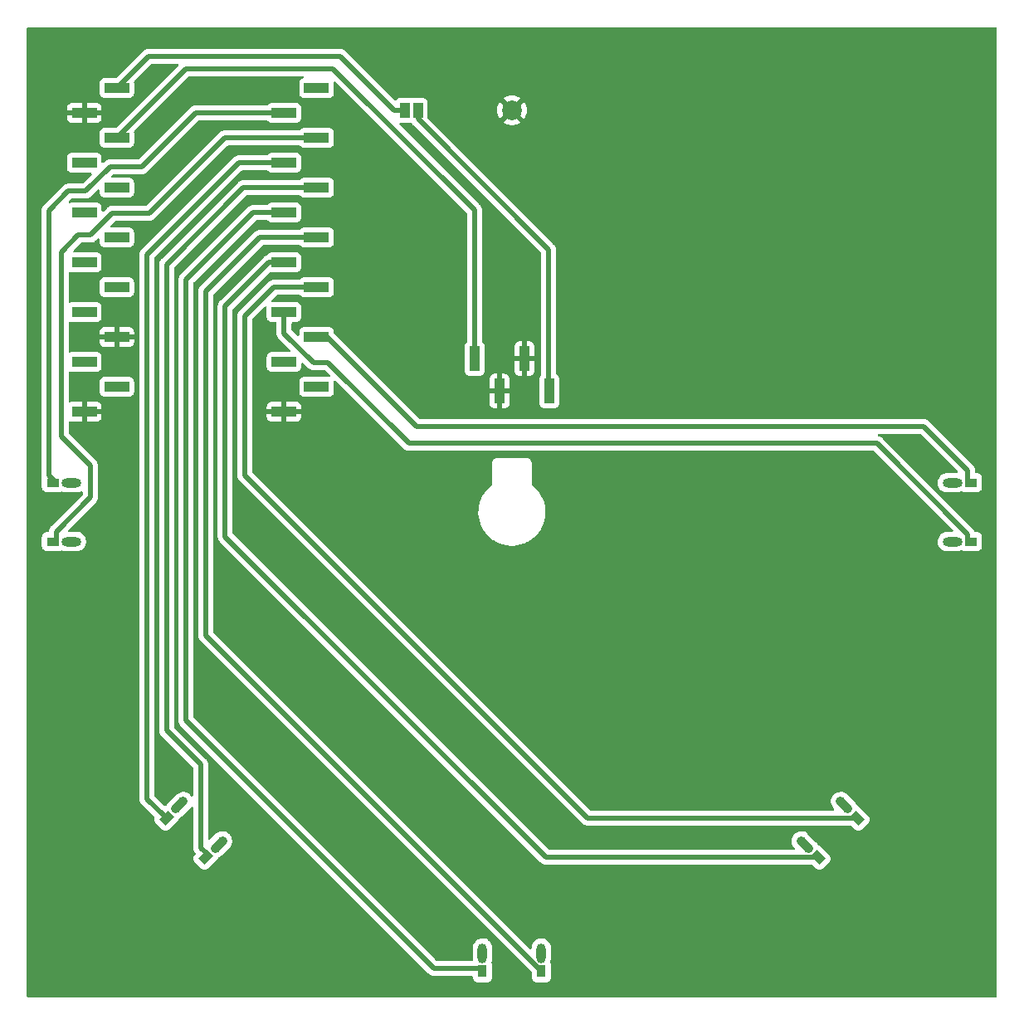
<source format=gbr>
%TF.GenerationSoftware,KiCad,Pcbnew,(6.0.1-0)*%
%TF.CreationDate,2022-09-11T14:38:18-04:00*%
%TF.ProjectId,platter,706c6174-7465-4722-9e6b-696361645f70,rev?*%
%TF.SameCoordinates,Original*%
%TF.FileFunction,Copper,L2,Bot*%
%TF.FilePolarity,Positive*%
%FSLAX46Y46*%
G04 Gerber Fmt 4.6, Leading zero omitted, Abs format (unit mm)*
G04 Created by KiCad (PCBNEW (6.0.1-0)) date 2022-09-11 14:38:18*
%MOMM*%
%LPD*%
G01*
G04 APERTURE LIST*
G04 Aperture macros list*
%AMHorizOval*
0 Thick line with rounded ends*
0 $1 width*
0 $2 $3 position (X,Y) of the first rounded end (center of the circle)*
0 $4 $5 position (X,Y) of the second rounded end (center of the circle)*
0 Add line between two ends*
20,1,$1,$2,$3,$4,$5,0*
0 Add two circle primitives to create the rounded ends*
1,1,$1,$2,$3*
1,1,$1,$4,$5*%
%AMRotRect*
0 Rectangle, with rotation*
0 The origin of the aperture is its center*
0 $1 length*
0 $2 width*
0 $3 Rotation angle, in degrees counterclockwise*
0 Add horizontal line*
21,1,$1,$2,0,0,$3*%
G04 Aperture macros list end*
%TA.AperFunction,ComponentPad*%
%ADD10O,2.000000X0.950000*%
%TD*%
%TA.AperFunction,ComponentPad*%
%ADD11R,1.300000X0.900000*%
%TD*%
%TA.AperFunction,ComponentPad*%
%ADD12HorizOval,0.950000X0.371231X0.371231X-0.371231X-0.371231X0*%
%TD*%
%TA.AperFunction,ComponentPad*%
%ADD13RotRect,1.300000X0.900000X45.000000*%
%TD*%
%TA.AperFunction,ComponentPad*%
%ADD14O,0.950000X2.000000*%
%TD*%
%TA.AperFunction,ComponentPad*%
%ADD15R,0.900000X1.300000*%
%TD*%
%TA.AperFunction,ComponentPad*%
%ADD16HorizOval,0.950000X-0.371231X0.371231X0.371231X-0.371231X0*%
%TD*%
%TA.AperFunction,ComponentPad*%
%ADD17RotRect,1.300000X0.900000X135.000000*%
%TD*%
%TA.AperFunction,SMDPad,CuDef*%
%ADD18R,1.000000X1.500000*%
%TD*%
%TA.AperFunction,SMDPad,CuDef*%
%ADD19R,2.510000X1.000000*%
%TD*%
%TA.AperFunction,SMDPad,CuDef*%
%ADD20R,1.000000X2.510000*%
%TD*%
%TA.AperFunction,SMDPad,CuDef*%
%ADD21C,2.000000*%
%TD*%
%TA.AperFunction,Conductor*%
%ADD22C,0.500000*%
%TD*%
G04 APERTURE END LIST*
D10*
%TO.P,J3,*%
%TO.N,*%
X18050000Y-66000000D03*
D11*
%TO.P,J3,1,Pin_1*%
%TO.N,/FX_1*%
X16200000Y-66000000D03*
%TD*%
D10*
%TO.P,J11,*%
%TO.N,*%
X107950000Y-66000000D03*
D11*
%TO.P,J11,1,Pin_1*%
%TO.N,/FX_8*%
X109800000Y-66000000D03*
%TD*%
D12*
%TO.P,J4,*%
%TO.N,*%
X29096016Y-92903984D03*
D13*
%TO.P,J4,1,Pin_1*%
%TO.N,/FX_2*%
X27787868Y-94212132D03*
%TD*%
D12*
%TO.P,J5,*%
%TO.N,*%
X33096016Y-96903984D03*
D13*
%TO.P,J5,1,Pin_1*%
%TO.N,/FX_3*%
X31787868Y-98212132D03*
%TD*%
D14*
%TO.P,J8,*%
%TO.N,*%
X66000000Y-108000000D03*
D15*
%TO.P,J8,1,Pin_1*%
%TO.N,/FX_5*%
X66000000Y-109850000D03*
%TD*%
D10*
%TO.P,J12,*%
%TO.N,*%
X107950000Y-60000000D03*
D11*
%TO.P,J12,1,Pin_1*%
%TO.N,/FX_9*%
X109800000Y-60000000D03*
%TD*%
D16*
%TO.P,J10,*%
%TO.N,*%
X96903984Y-92903984D03*
D17*
%TO.P,J10,1,Pin_1*%
%TO.N,/FX_7*%
X98212132Y-94212132D03*
%TD*%
D16*
%TO.P,J9,*%
%TO.N,*%
X92903984Y-96903984D03*
D17*
%TO.P,J9,1,Pin_1*%
%TO.N,/FX_6*%
X94212132Y-98212132D03*
%TD*%
D10*
%TO.P,J2,*%
%TO.N,*%
X18050000Y-60000000D03*
D11*
%TO.P,J2,1,Pin_1*%
%TO.N,/FX_0*%
X16200000Y-60000000D03*
%TD*%
D14*
%TO.P,J6,*%
%TO.N,*%
X60000000Y-108000000D03*
D15*
%TO.P,J6,1,Pin_1*%
%TO.N,/FX_4*%
X60000000Y-109850000D03*
%TD*%
D18*
%TO.P,SW1,1,A*%
%TO.N,Net-(SW1-Pad1)*%
X52100000Y-22000000D03*
%TO.P,SW1,2,B*%
%TO.N,+BATT*%
X53400000Y-22000000D03*
%TD*%
D19*
%TO.P,U1,1,RST*%
%TO.N,unconnected-(U1-Pad1)*%
X43062500Y-19740000D03*
%TO.P,U1,2,0*%
%TO.N,/FX_0*%
X39752500Y-22280000D03*
%TO.P,U1,3,1*%
%TO.N,/FX_1*%
X43062500Y-24820000D03*
%TO.P,U1,4,2*%
%TO.N,/FX_2*%
X39752500Y-27360000D03*
%TO.P,U1,5,3*%
%TO.N,/FX_3*%
X43062500Y-29900000D03*
%TO.P,U1,6,4*%
%TO.N,/FX_4*%
X39752500Y-32440000D03*
%TO.P,U1,7,5*%
%TO.N,/FX_5*%
X43062500Y-34980000D03*
%TO.P,U1,8,6*%
%TO.N,/FX_6*%
X39752500Y-37520000D03*
%TO.P,U1,9,7*%
%TO.N,/FX_7*%
X43062500Y-40060000D03*
%TO.P,U1,10,8*%
%TO.N,/FX_8*%
X39752500Y-42600000D03*
%TO.P,U1,11,9*%
%TO.N,/FX_9*%
X43062500Y-45140000D03*
%TO.P,U1,12,10*%
%TO.N,/FX_10*%
X39752500Y-47680000D03*
%TO.P,U1,13,ACT*%
%TO.N,unconnected-(U1-Pad13)*%
X43062500Y-50220000D03*
%TO.P,U1,14,GND*%
%TO.N,GND*%
X39752500Y-52760000D03*
%TO.P,U1,15,GND*%
X19372500Y-52760000D03*
%TO.P,U1,16,L*%
%TO.N,unconnected-(U1-Pad16)*%
X22682500Y-50220000D03*
%TO.P,U1,17,R*%
%TO.N,unconnected-(U1-Pad17)*%
X19372500Y-47680000D03*
%TO.P,U1,18,GND*%
%TO.N,GND*%
X22682500Y-45140000D03*
%TO.P,U1,19,CS*%
%TO.N,unconnected-(U1-Pad19)*%
X19372500Y-42600000D03*
%TO.P,U1,20,VOL-*%
%TO.N,unconnected-(U1-Pad20)*%
X22682500Y-40060000D03*
%TO.P,U1,21,VOL+*%
%TO.N,unconnected-(U1-Pad21)*%
X19372500Y-37520000D03*
%TO.P,U1,22,UG*%
%TO.N,unconnected-(U1-Pad22)*%
X22682500Y-34980000D03*
%TO.P,U1,23,RX*%
%TO.N,unconnected-(U1-Pad23)*%
X19372500Y-32440000D03*
%TO.P,U1,24,TX*%
%TO.N,unconnected-(U1-Pad24)*%
X22682500Y-29900000D03*
%TO.P,U1,25,PB*%
%TO.N,unconnected-(U1-Pad25)*%
X19372500Y-27360000D03*
%TO.P,U1,26,BUS*%
%TO.N,+5V*%
X22682500Y-24820000D03*
%TO.P,U1,27,GND*%
%TO.N,GND*%
X19372500Y-22280000D03*
%TO.P,U1,28,VIN*%
%TO.N,Net-(SW1-Pad1)*%
X22682500Y-19740000D03*
%TD*%
D20*
%TO.P,J7,1,Pin_1*%
%TO.N,+5V*%
X59190000Y-47345000D03*
%TO.P,J7,2,Pin_2*%
%TO.N,GND*%
X61730000Y-50655000D03*
%TO.P,J7,3,Pin_3*%
X64270000Y-47345000D03*
%TO.P,J7,4,Pin_4*%
%TO.N,+BATT*%
X66810000Y-50655000D03*
%TD*%
D21*
%TO.P,J1,1,Pin_1*%
%TO.N,GND*%
X63000000Y-22000000D03*
%TD*%
D22*
%TO.N,/FX_0*%
X22000000Y-27750000D02*
X25250000Y-27750000D01*
X39722500Y-22250000D02*
X39752500Y-22280000D01*
X15750000Y-59250000D02*
X15750000Y-32250000D01*
X16500000Y-60000000D02*
X15750000Y-59250000D01*
X30750000Y-22250000D02*
X39722500Y-22250000D01*
X17750000Y-30250000D02*
X19500000Y-30250000D01*
X25250000Y-27750000D02*
X30750000Y-22250000D01*
X19500000Y-30250000D02*
X22000000Y-27750000D01*
X15750000Y-32250000D02*
X17750000Y-30250000D01*
%TO.N,+5V*%
X59190000Y-32190000D02*
X59190000Y-47345000D01*
X22682500Y-24820000D02*
X29752500Y-17750000D01*
X29752500Y-17750000D02*
X44750000Y-17750000D01*
X44750000Y-17750000D02*
X59190000Y-32190000D01*
%TO.N,+BATT*%
X66810000Y-50655000D02*
X66750000Y-50595000D01*
X66750000Y-36250000D02*
X53400000Y-22900000D01*
X53400000Y-22900000D02*
X53400000Y-22000000D01*
X66750000Y-50595000D02*
X66750000Y-36250000D01*
%TO.N,/FX_1*%
X19983261Y-34750000D02*
X22233261Y-32500000D01*
X17000000Y-55250000D02*
X17000000Y-36497119D01*
X17000000Y-36497119D02*
X18747119Y-34750000D01*
X33680000Y-24820000D02*
X43062500Y-24820000D01*
X22233261Y-32500000D02*
X26000000Y-32500000D01*
X26000000Y-32500000D02*
X33680000Y-24820000D01*
X20000000Y-58250000D02*
X17000000Y-55250000D01*
X16500000Y-66000000D02*
X16500000Y-65000000D01*
X20000000Y-61500000D02*
X20000000Y-58250000D01*
X16500000Y-65000000D02*
X20000000Y-61500000D01*
X18747119Y-34750000D02*
X19983261Y-34750000D01*
%TO.N,/FX_2*%
X35140000Y-27360000D02*
X39752500Y-27360000D01*
X25750000Y-36750000D02*
X35140000Y-27360000D01*
X27500000Y-94000000D02*
X25750000Y-92250000D01*
X28000000Y-94000000D02*
X27500000Y-94000000D01*
X25750000Y-92250000D02*
X25750000Y-36750000D01*
%TO.N,/FX_3*%
X27750000Y-37750000D02*
X27750000Y-85250000D01*
X31250000Y-97250000D02*
X32000000Y-98000000D01*
X31250000Y-88750000D02*
X31250000Y-97250000D01*
X27750000Y-85250000D02*
X31250000Y-88750000D01*
X35600000Y-29900000D02*
X27750000Y-37750000D01*
X43062500Y-29900000D02*
X35600000Y-29900000D01*
%TO.N,/FX_4*%
X36560000Y-32440000D02*
X29750000Y-39250000D01*
X29750000Y-84250000D02*
X55050000Y-109550000D01*
X29750000Y-39250000D02*
X29750000Y-84250000D01*
X55050000Y-109550000D02*
X60000000Y-109550000D01*
X39752500Y-32440000D02*
X36560000Y-32440000D01*
%TO.N,/FX_5*%
X37270000Y-34980000D02*
X43062500Y-34980000D01*
X65717532Y-109550000D02*
X31750000Y-75582468D01*
X66000000Y-109550000D02*
X65717532Y-109550000D01*
X31750000Y-75582468D02*
X31750000Y-40500000D01*
X31750000Y-40500000D02*
X37270000Y-34980000D01*
%TO.N,/FX_6*%
X33750000Y-42000000D02*
X33750000Y-65500000D01*
X38230000Y-37520000D02*
X33750000Y-42000000D01*
X66449734Y-98199734D02*
X93800266Y-98199734D01*
X93800266Y-98199734D02*
X94000000Y-98000000D01*
X39752500Y-37520000D02*
X38230000Y-37520000D01*
X33750000Y-65500000D02*
X66449734Y-98199734D01*
%TO.N,/FX_7*%
X38690000Y-40060000D02*
X43062500Y-40060000D01*
X98000000Y-94000000D02*
X97800266Y-94199734D01*
X35750000Y-43000000D02*
X38690000Y-40060000D01*
X70699734Y-94199734D02*
X35750000Y-59250000D01*
X97800266Y-94199734D02*
X70699734Y-94199734D01*
X35750000Y-59250000D02*
X35750000Y-43000000D01*
%TO.N,/FX_8*%
X42750000Y-47750000D02*
X44250000Y-47750000D01*
X109500000Y-65250000D02*
X109500000Y-66000000D01*
X39752500Y-44752500D02*
X42750000Y-47750000D01*
X52500000Y-56000000D02*
X100250000Y-56000000D01*
X39752500Y-42600000D02*
X39752500Y-44752500D01*
X100250000Y-56000000D02*
X109500000Y-65250000D01*
X44250000Y-47750000D02*
X52500000Y-56000000D01*
%TO.N,/FX_9*%
X109500000Y-58750000D02*
X109500000Y-60000000D01*
X105000000Y-54250000D02*
X109500000Y-58750000D01*
X43062500Y-45140000D02*
X44140000Y-45140000D01*
X44140000Y-45140000D02*
X53250000Y-54250000D01*
X53250000Y-54250000D02*
X105000000Y-54250000D01*
%TO.N,Net-(SW1-Pad1)*%
X51000000Y-22000000D02*
X45500000Y-16500000D01*
X45500000Y-16500000D02*
X25922500Y-16500000D01*
X52100000Y-22000000D02*
X51000000Y-22000000D01*
X25922500Y-16500000D02*
X22682500Y-19740000D01*
%TD*%
%TA.AperFunction,Conductor*%
%TO.N,GND*%
G36*
X112434121Y-13528002D02*
G01*
X112480614Y-13581658D01*
X112492000Y-13634000D01*
X112492000Y-112366000D01*
X112471998Y-112434121D01*
X112418342Y-112480614D01*
X112366000Y-112492000D01*
X13634000Y-112492000D01*
X13565879Y-112471998D01*
X13519386Y-112418342D01*
X13508000Y-112366000D01*
X13508000Y-92223349D01*
X24986801Y-92223349D01*
X24987394Y-92230641D01*
X24987394Y-92230644D01*
X24991085Y-92276018D01*
X24991500Y-92286233D01*
X24991500Y-92294293D01*
X24991925Y-92297937D01*
X24994789Y-92322507D01*
X24995222Y-92326882D01*
X25001140Y-92399637D01*
X25003396Y-92406601D01*
X25004587Y-92412560D01*
X25005971Y-92418415D01*
X25006818Y-92425681D01*
X25031735Y-92494327D01*
X25033152Y-92498455D01*
X25055649Y-92567899D01*
X25059445Y-92574154D01*
X25061951Y-92579628D01*
X25064670Y-92585058D01*
X25067167Y-92591937D01*
X25071180Y-92598057D01*
X25071180Y-92598058D01*
X25107186Y-92652976D01*
X25109523Y-92656680D01*
X25147405Y-92719107D01*
X25151121Y-92723315D01*
X25151122Y-92723316D01*
X25154803Y-92727484D01*
X25154776Y-92727508D01*
X25157429Y-92730500D01*
X25160132Y-92733733D01*
X25164144Y-92739852D01*
X25169456Y-92744884D01*
X25220383Y-92793128D01*
X25222825Y-92795506D01*
X26492639Y-94065320D01*
X26526665Y-94127632D01*
X26522044Y-94192237D01*
X26523206Y-94192577D01*
X26521636Y-94197947D01*
X26521600Y-94198447D01*
X26521223Y-94199360D01*
X26520686Y-94201196D01*
X26516971Y-94209367D01*
X26496322Y-94353553D01*
X26516971Y-94497739D01*
X26577258Y-94630335D01*
X26582205Y-94636488D01*
X26582207Y-94636491D01*
X26602995Y-94662345D01*
X26616451Y-94679081D01*
X27320919Y-95383549D01*
X27323581Y-95385689D01*
X27363509Y-95417793D01*
X27363512Y-95417795D01*
X27369665Y-95422742D01*
X27502261Y-95483029D01*
X27511144Y-95484301D01*
X27511147Y-95484302D01*
X27637558Y-95502405D01*
X27646447Y-95503678D01*
X27655336Y-95502405D01*
X27781747Y-95484302D01*
X27781750Y-95484301D01*
X27790633Y-95483029D01*
X27923229Y-95422742D01*
X27929382Y-95417795D01*
X27929385Y-95417793D01*
X27969313Y-95385689D01*
X27971975Y-95383549D01*
X28959285Y-94396239D01*
X28986459Y-94362442D01*
X28993529Y-94353649D01*
X28993531Y-94353646D01*
X28998478Y-94347493D01*
X29045551Y-94243960D01*
X29091954Y-94190227D01*
X29113868Y-94178959D01*
X29179726Y-94152884D01*
X29296038Y-94076771D01*
X29342861Y-94046131D01*
X29342865Y-94046128D01*
X29346913Y-94043479D01*
X29351797Y-94039082D01*
X30197995Y-93192884D01*
X30267858Y-93107224D01*
X30326412Y-93067077D01*
X30397377Y-93064960D01*
X30458221Y-93101545D01*
X30489627Y-93165218D01*
X30491500Y-93186861D01*
X30491500Y-97182930D01*
X30490067Y-97201880D01*
X30486801Y-97223349D01*
X30487394Y-97230641D01*
X30487394Y-97230644D01*
X30491085Y-97276018D01*
X30491500Y-97286233D01*
X30491500Y-97294293D01*
X30491925Y-97297937D01*
X30494789Y-97322507D01*
X30495222Y-97326882D01*
X30501140Y-97399637D01*
X30503396Y-97406601D01*
X30504587Y-97412560D01*
X30505971Y-97418415D01*
X30506818Y-97425681D01*
X30531735Y-97494327D01*
X30533152Y-97498455D01*
X30555649Y-97567899D01*
X30559445Y-97574154D01*
X30561951Y-97579628D01*
X30564670Y-97585058D01*
X30567167Y-97591937D01*
X30571180Y-97598057D01*
X30571180Y-97598058D01*
X30607186Y-97652976D01*
X30609523Y-97656680D01*
X30647405Y-97719107D01*
X30651121Y-97723315D01*
X30651122Y-97723316D01*
X30654803Y-97727484D01*
X30654776Y-97727508D01*
X30657429Y-97730500D01*
X30660132Y-97733733D01*
X30664144Y-97739852D01*
X30669456Y-97744884D01*
X30693656Y-97767809D01*
X30729354Y-97829178D01*
X30726206Y-97900105D01*
X30696098Y-97948377D01*
X30618865Y-98025610D01*
X30618856Y-98025620D01*
X30616451Y-98028025D01*
X30614318Y-98030678D01*
X30614317Y-98030679D01*
X30582207Y-98070615D01*
X30582205Y-98070618D01*
X30577258Y-98076771D01*
X30573990Y-98083959D01*
X30530797Y-98178959D01*
X30516971Y-98209367D01*
X30496322Y-98353553D01*
X30516971Y-98497739D01*
X30577258Y-98630335D01*
X30582205Y-98636488D01*
X30582207Y-98636491D01*
X30602995Y-98662345D01*
X30616451Y-98679081D01*
X31320919Y-99383549D01*
X31323581Y-99385689D01*
X31363509Y-99417793D01*
X31363512Y-99417795D01*
X31369665Y-99422742D01*
X31502261Y-99483029D01*
X31511144Y-99484301D01*
X31511147Y-99484302D01*
X31637558Y-99502405D01*
X31646447Y-99503678D01*
X31655336Y-99502405D01*
X31781747Y-99484302D01*
X31781750Y-99484301D01*
X31790633Y-99483029D01*
X31923229Y-99422742D01*
X31929382Y-99417795D01*
X31929385Y-99417793D01*
X31969313Y-99385689D01*
X31971975Y-99383549D01*
X32959285Y-98396239D01*
X32986459Y-98362442D01*
X32993529Y-98353649D01*
X32993531Y-98353646D01*
X32998478Y-98347493D01*
X33045551Y-98243960D01*
X33091954Y-98190227D01*
X33113868Y-98178959D01*
X33179726Y-98152884D01*
X33296038Y-98076771D01*
X33342861Y-98046131D01*
X33342865Y-98046128D01*
X33346913Y-98043479D01*
X33351797Y-98039082D01*
X34197995Y-97192884D01*
X34224045Y-97160944D01*
X34288523Y-97081887D01*
X34288524Y-97081885D01*
X34292555Y-97076943D01*
X34295507Y-97071295D01*
X34295511Y-97071290D01*
X34382164Y-96905534D01*
X34385122Y-96899876D01*
X34440195Y-96707814D01*
X34448443Y-96600621D01*
X34455035Y-96514960D01*
X34455035Y-96514956D01*
X34455524Y-96508600D01*
X34430482Y-96310372D01*
X34366093Y-96121229D01*
X34264986Y-95948897D01*
X34188940Y-95864439D01*
X34135564Y-95805159D01*
X34135561Y-95805156D01*
X34131291Y-95800414D01*
X33970471Y-95681847D01*
X33789095Y-95598040D01*
X33594571Y-95552415D01*
X33482190Y-95549276D01*
X33401228Y-95547014D01*
X33401225Y-95547014D01*
X33394846Y-95546836D01*
X33198078Y-95581532D01*
X33012306Y-95655083D01*
X32975496Y-95679171D01*
X32849171Y-95761836D01*
X32849167Y-95761839D01*
X32845119Y-95764488D01*
X32840235Y-95768886D01*
X32223595Y-96385526D01*
X32161283Y-96419552D01*
X32090468Y-96414487D01*
X32033632Y-96371940D01*
X32008821Y-96305420D01*
X32008500Y-96296431D01*
X32008500Y-88817063D01*
X32009933Y-88798114D01*
X32012097Y-88783886D01*
X32013198Y-88776651D01*
X32008915Y-88723990D01*
X32008500Y-88713777D01*
X32008500Y-88705707D01*
X32008078Y-88702087D01*
X32008077Y-88702069D01*
X32005208Y-88677461D01*
X32004775Y-88673086D01*
X31999454Y-88607661D01*
X31999453Y-88607658D01*
X31998860Y-88600363D01*
X31996604Y-88593399D01*
X31995413Y-88587440D01*
X31994029Y-88581585D01*
X31993182Y-88574319D01*
X31968265Y-88505673D01*
X31966848Y-88501545D01*
X31946607Y-88439064D01*
X31946606Y-88439062D01*
X31944351Y-88432101D01*
X31940555Y-88425846D01*
X31938049Y-88420372D01*
X31935330Y-88414942D01*
X31932833Y-88408063D01*
X31892809Y-88347016D01*
X31890472Y-88343312D01*
X31855509Y-88285693D01*
X31855505Y-88285688D01*
X31852595Y-88280892D01*
X31845197Y-88272516D01*
X31845223Y-88272493D01*
X31842574Y-88269503D01*
X31839866Y-88266264D01*
X31835856Y-88260148D01*
X31830549Y-88255121D01*
X31830546Y-88255117D01*
X31779617Y-88206872D01*
X31777175Y-88204494D01*
X28545405Y-84972724D01*
X28511379Y-84910412D01*
X28508500Y-84883629D01*
X28508500Y-84223349D01*
X28986801Y-84223349D01*
X28987394Y-84230641D01*
X28987394Y-84230644D01*
X28991085Y-84276018D01*
X28991500Y-84286233D01*
X28991500Y-84294293D01*
X28991925Y-84297937D01*
X28994789Y-84322507D01*
X28995222Y-84326882D01*
X29001140Y-84399637D01*
X29003396Y-84406601D01*
X29004587Y-84412560D01*
X29005971Y-84418415D01*
X29006818Y-84425681D01*
X29031735Y-84494327D01*
X29033152Y-84498455D01*
X29055649Y-84567899D01*
X29059445Y-84574154D01*
X29061951Y-84579628D01*
X29064670Y-84585058D01*
X29067167Y-84591937D01*
X29071180Y-84598057D01*
X29071180Y-84598058D01*
X29107186Y-84652976D01*
X29109523Y-84656680D01*
X29147405Y-84719107D01*
X29151121Y-84723315D01*
X29151122Y-84723316D01*
X29154803Y-84727484D01*
X29154776Y-84727508D01*
X29157429Y-84730500D01*
X29160132Y-84733733D01*
X29164144Y-84739852D01*
X29169456Y-84744884D01*
X29220383Y-84793128D01*
X29222825Y-84795506D01*
X54466230Y-110038911D01*
X54478616Y-110053323D01*
X54487149Y-110064918D01*
X54487154Y-110064923D01*
X54491492Y-110070818D01*
X54497070Y-110075557D01*
X54497073Y-110075560D01*
X54531768Y-110105035D01*
X54539284Y-110111965D01*
X54544979Y-110117660D01*
X54547861Y-110119940D01*
X54567251Y-110135281D01*
X54570655Y-110138072D01*
X54620703Y-110180591D01*
X54626285Y-110185333D01*
X54632801Y-110188661D01*
X54637850Y-110192028D01*
X54642979Y-110195195D01*
X54648716Y-110199734D01*
X54714875Y-110230655D01*
X54718769Y-110232558D01*
X54783808Y-110265769D01*
X54790916Y-110267508D01*
X54796559Y-110269607D01*
X54802322Y-110271524D01*
X54808950Y-110274622D01*
X54816112Y-110276112D01*
X54816113Y-110276112D01*
X54880412Y-110289486D01*
X54884696Y-110290456D01*
X54955610Y-110307808D01*
X54961212Y-110308156D01*
X54961215Y-110308156D01*
X54966764Y-110308500D01*
X54966762Y-110308536D01*
X54970755Y-110308775D01*
X54974947Y-110309149D01*
X54982115Y-110310640D01*
X55059520Y-110308546D01*
X55062928Y-110308500D01*
X58915500Y-110308500D01*
X58983621Y-110328502D01*
X59030114Y-110382158D01*
X59041500Y-110434500D01*
X59041500Y-110548134D01*
X59048255Y-110610316D01*
X59099385Y-110746705D01*
X59186739Y-110863261D01*
X59303295Y-110950615D01*
X59439684Y-111001745D01*
X59501866Y-111008500D01*
X60498134Y-111008500D01*
X60560316Y-111001745D01*
X60696705Y-110950615D01*
X60813261Y-110863261D01*
X60900615Y-110746705D01*
X60951745Y-110610316D01*
X60958500Y-110548134D01*
X60958500Y-109151866D01*
X60951745Y-109089684D01*
X60911822Y-108983189D01*
X60906639Y-108912384D01*
X60914167Y-108888920D01*
X60939762Y-108829774D01*
X60942298Y-108823914D01*
X60983156Y-108628334D01*
X60983500Y-108621771D01*
X60983500Y-107425066D01*
X60968381Y-107276220D01*
X60908631Y-107085560D01*
X60811765Y-106910809D01*
X60681739Y-106759104D01*
X60676700Y-106755195D01*
X60528907Y-106640555D01*
X60528904Y-106640553D01*
X60523863Y-106636643D01*
X60518137Y-106633825D01*
X60518133Y-106633823D01*
X60350318Y-106551248D01*
X60344589Y-106548429D01*
X60225797Y-106517486D01*
X60157420Y-106499675D01*
X60157417Y-106499675D01*
X60151238Y-106498065D01*
X60057744Y-106493165D01*
X59958089Y-106487942D01*
X59958085Y-106487942D01*
X59951708Y-106487608D01*
X59754152Y-106517486D01*
X59566639Y-106586477D01*
X59396828Y-106691765D01*
X59251656Y-106829047D01*
X59137054Y-106992716D01*
X59057702Y-107176086D01*
X59016844Y-107371666D01*
X59016500Y-107378229D01*
X59016500Y-108574934D01*
X59021258Y-108621771D01*
X59024406Y-108652767D01*
X59011390Y-108722560D01*
X58962708Y-108774237D01*
X58899051Y-108791500D01*
X55416371Y-108791500D01*
X55348250Y-108771498D01*
X55327276Y-108754595D01*
X30545405Y-83972724D01*
X30511379Y-83910412D01*
X30508500Y-83883629D01*
X30508500Y-75555817D01*
X30986801Y-75555817D01*
X30987394Y-75563109D01*
X30987394Y-75563112D01*
X30991085Y-75608486D01*
X30991500Y-75618701D01*
X30991500Y-75626761D01*
X30991925Y-75630405D01*
X30994789Y-75654975D01*
X30995222Y-75659350D01*
X31001140Y-75732105D01*
X31003396Y-75739069D01*
X31004587Y-75745028D01*
X31005971Y-75750883D01*
X31006818Y-75758149D01*
X31031735Y-75826795D01*
X31033152Y-75830923D01*
X31055649Y-75900367D01*
X31059445Y-75906622D01*
X31061951Y-75912096D01*
X31064670Y-75917526D01*
X31067167Y-75924405D01*
X31071180Y-75930525D01*
X31071180Y-75930526D01*
X31107186Y-75985444D01*
X31109523Y-75989148D01*
X31147405Y-76051575D01*
X31151121Y-76055783D01*
X31151122Y-76055784D01*
X31154803Y-76059952D01*
X31154776Y-76059976D01*
X31157429Y-76062968D01*
X31160132Y-76066201D01*
X31164144Y-76072320D01*
X31169456Y-76077352D01*
X31220383Y-76125596D01*
X31222825Y-76127974D01*
X65004595Y-109909744D01*
X65038621Y-109972056D01*
X65041500Y-109998839D01*
X65041500Y-110548134D01*
X65048255Y-110610316D01*
X65099385Y-110746705D01*
X65186739Y-110863261D01*
X65303295Y-110950615D01*
X65439684Y-111001745D01*
X65501866Y-111008500D01*
X66498134Y-111008500D01*
X66560316Y-111001745D01*
X66696705Y-110950615D01*
X66813261Y-110863261D01*
X66900615Y-110746705D01*
X66951745Y-110610316D01*
X66958500Y-110548134D01*
X66958500Y-109151866D01*
X66951745Y-109089684D01*
X66911822Y-108983189D01*
X66906639Y-108912384D01*
X66914167Y-108888920D01*
X66939762Y-108829774D01*
X66942298Y-108823914D01*
X66983156Y-108628334D01*
X66983500Y-108621771D01*
X66983500Y-107425066D01*
X66968381Y-107276220D01*
X66908631Y-107085560D01*
X66811765Y-106910809D01*
X66681739Y-106759104D01*
X66676700Y-106755195D01*
X66528907Y-106640555D01*
X66528904Y-106640553D01*
X66523863Y-106636643D01*
X66518137Y-106633825D01*
X66518133Y-106633823D01*
X66350318Y-106551248D01*
X66344589Y-106548429D01*
X66225797Y-106517486D01*
X66157420Y-106499675D01*
X66157417Y-106499675D01*
X66151238Y-106498065D01*
X66057744Y-106493165D01*
X65958089Y-106487942D01*
X65958085Y-106487942D01*
X65951708Y-106487608D01*
X65754152Y-106517486D01*
X65566639Y-106586477D01*
X65396828Y-106691765D01*
X65251656Y-106829047D01*
X65137054Y-106992716D01*
X65057702Y-107176086D01*
X65016844Y-107371666D01*
X65016500Y-107378229D01*
X65016500Y-107472097D01*
X64996498Y-107540218D01*
X64942842Y-107586711D01*
X64872568Y-107596815D01*
X64807988Y-107567321D01*
X64801405Y-107561192D01*
X32545405Y-75305192D01*
X32511379Y-75242880D01*
X32508500Y-75216097D01*
X32508500Y-65473349D01*
X32986801Y-65473349D01*
X32987394Y-65480641D01*
X32987394Y-65480644D01*
X32991085Y-65526018D01*
X32991500Y-65536233D01*
X32991500Y-65544293D01*
X32991925Y-65547937D01*
X32994789Y-65572507D01*
X32995222Y-65576882D01*
X33000486Y-65641595D01*
X33001140Y-65649637D01*
X33003396Y-65656601D01*
X33004587Y-65662560D01*
X33005971Y-65668415D01*
X33006818Y-65675681D01*
X33031735Y-65744327D01*
X33033152Y-65748455D01*
X33055649Y-65817899D01*
X33059445Y-65824154D01*
X33061951Y-65829628D01*
X33064670Y-65835058D01*
X33067167Y-65841937D01*
X33071180Y-65848057D01*
X33071180Y-65848058D01*
X33107186Y-65902976D01*
X33109523Y-65906680D01*
X33147405Y-65969107D01*
X33151121Y-65973315D01*
X33151122Y-65973316D01*
X33154803Y-65977484D01*
X33154776Y-65977508D01*
X33157429Y-65980500D01*
X33160132Y-65983733D01*
X33164144Y-65989852D01*
X33169456Y-65994884D01*
X33220383Y-66043128D01*
X33222825Y-66045506D01*
X65865964Y-98688645D01*
X65878350Y-98703057D01*
X65886883Y-98714652D01*
X65886888Y-98714657D01*
X65891226Y-98720552D01*
X65896804Y-98725291D01*
X65896807Y-98725294D01*
X65931502Y-98754769D01*
X65939018Y-98761699D01*
X65944713Y-98767394D01*
X65947595Y-98769674D01*
X65966985Y-98785015D01*
X65970389Y-98787806D01*
X66020437Y-98830325D01*
X66026019Y-98835067D01*
X66032535Y-98838395D01*
X66037584Y-98841762D01*
X66042713Y-98844929D01*
X66048450Y-98849468D01*
X66114609Y-98880389D01*
X66118503Y-98882292D01*
X66183542Y-98915503D01*
X66190650Y-98917242D01*
X66196293Y-98919341D01*
X66202056Y-98921258D01*
X66208684Y-98924356D01*
X66215846Y-98925846D01*
X66215847Y-98925846D01*
X66280146Y-98939220D01*
X66284430Y-98940190D01*
X66355344Y-98957542D01*
X66360946Y-98957890D01*
X66360949Y-98957890D01*
X66366498Y-98958234D01*
X66366496Y-98958270D01*
X66370489Y-98958509D01*
X66374681Y-98958883D01*
X66381849Y-98960374D01*
X66459254Y-98958280D01*
X66462662Y-98958234D01*
X93550520Y-98958234D01*
X93618641Y-98978236D01*
X93639615Y-98995139D01*
X94028025Y-99383549D01*
X94030687Y-99385689D01*
X94070615Y-99417793D01*
X94070618Y-99417795D01*
X94076771Y-99422742D01*
X94209367Y-99483029D01*
X94218250Y-99484301D01*
X94218253Y-99484302D01*
X94344664Y-99502405D01*
X94353553Y-99503678D01*
X94362442Y-99502405D01*
X94488853Y-99484302D01*
X94488856Y-99484301D01*
X94497739Y-99483029D01*
X94630335Y-99422742D01*
X94636488Y-99417795D01*
X94636491Y-99417793D01*
X94676419Y-99385689D01*
X94679081Y-99383549D01*
X95383549Y-98679081D01*
X95397005Y-98662345D01*
X95417793Y-98636491D01*
X95417795Y-98636488D01*
X95422742Y-98630335D01*
X95483029Y-98497739D01*
X95503678Y-98353553D01*
X95483029Y-98209367D01*
X95469204Y-98178959D01*
X95426010Y-98083959D01*
X95422742Y-98076771D01*
X95417795Y-98070618D01*
X95417793Y-98070615D01*
X95385689Y-98030687D01*
X95383549Y-98028025D01*
X94396239Y-97040715D01*
X94379503Y-97027259D01*
X94353649Y-97006471D01*
X94353646Y-97006469D01*
X94347493Y-97001522D01*
X94243960Y-96954449D01*
X94190227Y-96908046D01*
X94178959Y-96886131D01*
X94152885Y-96820274D01*
X94079293Y-96707814D01*
X94046132Y-96657139D01*
X94046129Y-96657135D01*
X94043480Y-96653087D01*
X94039082Y-96648203D01*
X93192884Y-95802005D01*
X93190416Y-95799992D01*
X93081887Y-95711478D01*
X93081886Y-95711477D01*
X93076943Y-95707446D01*
X92899876Y-95614878D01*
X92707814Y-95559805D01*
X92618546Y-95552936D01*
X92514960Y-95544965D01*
X92514956Y-95544965D01*
X92508600Y-95544476D01*
X92310372Y-95569518D01*
X92304334Y-95571574D01*
X92304332Y-95571574D01*
X92275081Y-95581532D01*
X92121230Y-95633907D01*
X92079171Y-95658583D01*
X91954400Y-95731785D01*
X91954397Y-95731787D01*
X91948897Y-95735014D01*
X91800414Y-95868709D01*
X91681848Y-96029529D01*
X91598040Y-96210905D01*
X91552415Y-96405429D01*
X91546836Y-96605154D01*
X91581532Y-96801922D01*
X91655084Y-96987694D01*
X91658583Y-96993041D01*
X91716723Y-97081887D01*
X91764489Y-97154881D01*
X91768886Y-97159765D01*
X91835260Y-97226139D01*
X91869286Y-97288451D01*
X91864221Y-97359266D01*
X91821674Y-97416102D01*
X91755154Y-97440913D01*
X91746165Y-97441234D01*
X66816105Y-97441234D01*
X66747984Y-97421232D01*
X66727010Y-97404329D01*
X34545405Y-65222724D01*
X34511379Y-65160412D01*
X34508500Y-65133629D01*
X34508500Y-59223349D01*
X34986801Y-59223349D01*
X34987394Y-59230641D01*
X34987394Y-59230644D01*
X34991085Y-59276018D01*
X34991500Y-59286233D01*
X34991500Y-59294293D01*
X34993049Y-59307583D01*
X34994789Y-59322507D01*
X34995222Y-59326882D01*
X35001140Y-59399637D01*
X35003396Y-59406601D01*
X35004587Y-59412560D01*
X35005971Y-59418415D01*
X35006818Y-59425681D01*
X35031735Y-59494327D01*
X35033150Y-59498448D01*
X35055649Y-59567899D01*
X35059445Y-59574154D01*
X35061951Y-59579628D01*
X35064670Y-59585058D01*
X35067167Y-59591937D01*
X35071180Y-59598057D01*
X35071180Y-59598058D01*
X35107186Y-59652976D01*
X35109523Y-59656680D01*
X35147405Y-59719107D01*
X35151121Y-59723315D01*
X35151122Y-59723316D01*
X35154803Y-59727484D01*
X35154776Y-59727508D01*
X35157429Y-59730500D01*
X35160132Y-59733733D01*
X35164144Y-59739852D01*
X35169456Y-59744884D01*
X35220383Y-59793128D01*
X35222825Y-59795506D01*
X70115961Y-94688641D01*
X70128347Y-94703053D01*
X70136883Y-94714651D01*
X70141226Y-94720552D01*
X70146804Y-94725291D01*
X70146807Y-94725294D01*
X70181509Y-94754775D01*
X70189025Y-94761705D01*
X70194714Y-94767394D01*
X70197568Y-94769652D01*
X70197578Y-94769661D01*
X70216976Y-94785008D01*
X70220376Y-94787796D01*
X70270441Y-94830329D01*
X70270445Y-94830332D01*
X70276019Y-94835067D01*
X70282534Y-94838394D01*
X70287571Y-94841753D01*
X70292709Y-94844926D01*
X70298450Y-94849468D01*
X70364609Y-94880389D01*
X70368503Y-94882292D01*
X70433542Y-94915503D01*
X70440651Y-94917242D01*
X70446285Y-94919338D01*
X70452055Y-94921257D01*
X70458684Y-94924356D01*
X70465847Y-94925846D01*
X70465850Y-94925847D01*
X70516564Y-94936395D01*
X70530169Y-94939225D01*
X70534435Y-94940191D01*
X70605344Y-94957542D01*
X70610946Y-94957890D01*
X70610949Y-94957890D01*
X70616498Y-94958234D01*
X70616496Y-94958269D01*
X70620468Y-94958509D01*
X70624689Y-94958886D01*
X70631849Y-94960375D01*
X70709276Y-94958280D01*
X70712684Y-94958234D01*
X97550520Y-94958234D01*
X97618641Y-94978236D01*
X97639615Y-94995139D01*
X98028025Y-95383549D01*
X98030687Y-95385689D01*
X98070615Y-95417793D01*
X98070618Y-95417795D01*
X98076771Y-95422742D01*
X98209367Y-95483029D01*
X98218250Y-95484301D01*
X98218253Y-95484302D01*
X98344664Y-95502405D01*
X98353553Y-95503678D01*
X98362442Y-95502405D01*
X98488853Y-95484302D01*
X98488856Y-95484301D01*
X98497739Y-95483029D01*
X98630335Y-95422742D01*
X98636488Y-95417795D01*
X98636491Y-95417793D01*
X98676419Y-95385689D01*
X98679081Y-95383549D01*
X99383549Y-94679081D01*
X99397005Y-94662345D01*
X99417793Y-94636491D01*
X99417795Y-94636488D01*
X99422742Y-94630335D01*
X99483029Y-94497739D01*
X99503678Y-94353553D01*
X99483029Y-94209367D01*
X99469204Y-94178959D01*
X99426010Y-94083959D01*
X99422742Y-94076771D01*
X99417795Y-94070618D01*
X99417793Y-94070615D01*
X99385689Y-94030687D01*
X99383549Y-94028025D01*
X98396239Y-93040715D01*
X98379503Y-93027259D01*
X98353649Y-93006471D01*
X98353646Y-93006469D01*
X98347493Y-93001522D01*
X98243960Y-92954449D01*
X98190227Y-92908046D01*
X98178959Y-92886131D01*
X98152885Y-92820274D01*
X98092180Y-92727508D01*
X98046132Y-92657139D01*
X98046129Y-92657135D01*
X98043480Y-92653087D01*
X98039082Y-92648203D01*
X97192884Y-91802005D01*
X97190416Y-91799992D01*
X97081887Y-91711478D01*
X97081886Y-91711477D01*
X97076943Y-91707446D01*
X96899876Y-91614878D01*
X96707814Y-91559805D01*
X96618546Y-91552936D01*
X96514960Y-91544965D01*
X96514956Y-91544965D01*
X96508600Y-91544476D01*
X96310372Y-91569518D01*
X96304334Y-91571574D01*
X96304332Y-91571574D01*
X96275081Y-91581532D01*
X96121230Y-91633907D01*
X96079171Y-91658583D01*
X95954400Y-91731785D01*
X95954397Y-91731787D01*
X95948897Y-91735014D01*
X95800414Y-91868709D01*
X95681848Y-92029529D01*
X95598040Y-92210905D01*
X95552415Y-92405429D01*
X95549533Y-92508600D01*
X95547877Y-92567899D01*
X95546836Y-92605154D01*
X95581532Y-92801922D01*
X95655084Y-92987694D01*
X95658583Y-92993041D01*
X95733304Y-93107225D01*
X95764489Y-93154881D01*
X95768886Y-93159765D01*
X95835260Y-93226139D01*
X95869286Y-93288451D01*
X95864221Y-93359266D01*
X95821674Y-93416102D01*
X95755154Y-93440913D01*
X95746165Y-93441234D01*
X71066105Y-93441234D01*
X70997984Y-93421232D01*
X70977010Y-93404329D01*
X40680062Y-63107381D01*
X59573348Y-63107381D01*
X59573630Y-63110711D01*
X59573630Y-63110718D01*
X59603739Y-63466558D01*
X59604022Y-63469902D01*
X59604655Y-63473184D01*
X59604656Y-63473190D01*
X59672308Y-63823856D01*
X59672940Y-63827131D01*
X59779326Y-64175045D01*
X59780634Y-64178115D01*
X59780636Y-64178119D01*
X59915695Y-64494979D01*
X59921981Y-64509727D01*
X59923612Y-64512649D01*
X60061759Y-64760148D01*
X60099300Y-64827406D01*
X60101224Y-64830128D01*
X60101227Y-64830133D01*
X60307352Y-65121773D01*
X60307358Y-65121781D01*
X60309285Y-65124507D01*
X60311497Y-65127022D01*
X60311498Y-65127023D01*
X60544745Y-65392194D01*
X60549572Y-65397682D01*
X60552028Y-65399939D01*
X60585324Y-65430537D01*
X60817455Y-65643855D01*
X60820140Y-65645842D01*
X60820144Y-65645845D01*
X61093432Y-65848058D01*
X61109916Y-65860255D01*
X61423663Y-66044443D01*
X61426709Y-66045820D01*
X61426714Y-66045823D01*
X61752111Y-66192968D01*
X61755161Y-66194347D01*
X61862648Y-66229789D01*
X62097502Y-66307230D01*
X62097512Y-66307233D01*
X62100679Y-66308277D01*
X62103955Y-66308983D01*
X62103954Y-66308983D01*
X62453048Y-66384245D01*
X62453053Y-66384246D01*
X62456324Y-66384951D01*
X62459643Y-66385305D01*
X62459651Y-66385306D01*
X62814767Y-66423151D01*
X62814774Y-66423151D01*
X62818092Y-66423505D01*
X63181908Y-66423505D01*
X63185226Y-66423151D01*
X63185233Y-66423151D01*
X63540349Y-66385306D01*
X63540357Y-66385305D01*
X63543676Y-66384951D01*
X63546947Y-66384246D01*
X63546952Y-66384245D01*
X63896046Y-66308983D01*
X63896045Y-66308983D01*
X63899321Y-66308277D01*
X63902488Y-66307233D01*
X63902498Y-66307230D01*
X64137352Y-66229789D01*
X64244839Y-66194347D01*
X64247889Y-66192968D01*
X64573286Y-66045823D01*
X64573291Y-66045820D01*
X64576337Y-66044443D01*
X64890084Y-65860255D01*
X64906568Y-65848058D01*
X65179856Y-65645845D01*
X65179860Y-65645842D01*
X65182545Y-65643855D01*
X65414676Y-65430537D01*
X65447972Y-65399939D01*
X65450428Y-65397682D01*
X65455256Y-65392194D01*
X65688502Y-65127023D01*
X65688503Y-65127022D01*
X65690715Y-65124507D01*
X65692642Y-65121781D01*
X65692648Y-65121773D01*
X65898773Y-64830133D01*
X65898776Y-64830128D01*
X65900700Y-64827406D01*
X65938242Y-64760148D01*
X66076388Y-64512649D01*
X66078019Y-64509727D01*
X66084306Y-64494979D01*
X66219364Y-64178119D01*
X66219366Y-64178115D01*
X66220674Y-64175045D01*
X66327060Y-63827131D01*
X66327692Y-63823856D01*
X66395344Y-63473190D01*
X66395345Y-63473184D01*
X66395978Y-63469902D01*
X66396261Y-63466558D01*
X66426370Y-63110718D01*
X66426370Y-63110711D01*
X66426652Y-63107381D01*
X66418736Y-62743650D01*
X66372321Y-62382807D01*
X66287927Y-62028914D01*
X66186012Y-61741050D01*
X66167625Y-61689114D01*
X66167623Y-61689109D01*
X66166507Y-61685957D01*
X66157656Y-61667465D01*
X66010866Y-61360807D01*
X66009426Y-61357798D01*
X65913191Y-61201750D01*
X65820210Y-61050978D01*
X65820206Y-61050972D01*
X65818455Y-61048133D01*
X65595744Y-60760449D01*
X65343801Y-60497986D01*
X65215604Y-60390079D01*
X65068010Y-60265844D01*
X65068002Y-60265838D01*
X65065462Y-60263700D01*
X65062707Y-60261841D01*
X65060017Y-60259811D01*
X65060672Y-60258943D01*
X65018249Y-60207720D01*
X65008000Y-60157945D01*
X65008000Y-58008702D01*
X65008002Y-58007932D01*
X65008421Y-57939322D01*
X65008476Y-57930348D01*
X65006010Y-57921719D01*
X65006009Y-57921714D01*
X65000361Y-57901952D01*
X64996783Y-57885191D01*
X64993870Y-57864848D01*
X64993867Y-57864838D01*
X64992595Y-57855955D01*
X64981979Y-57832605D01*
X64975536Y-57815093D01*
X64970954Y-57799063D01*
X64968488Y-57790435D01*
X64952726Y-57765452D01*
X64944596Y-57750386D01*
X64932367Y-57723490D01*
X64915626Y-57704061D01*
X64904521Y-57689053D01*
X64895630Y-57674961D01*
X64890840Y-57667369D01*
X64868703Y-57647818D01*
X64856659Y-57635626D01*
X64843239Y-57620051D01*
X64843237Y-57620050D01*
X64837381Y-57613253D01*
X64829853Y-57608374D01*
X64829850Y-57608371D01*
X64815861Y-57599304D01*
X64800987Y-57588014D01*
X64788502Y-57576988D01*
X64781772Y-57571044D01*
X64773646Y-57567229D01*
X64773645Y-57567228D01*
X64767979Y-57564568D01*
X64755034Y-57558490D01*
X64740065Y-57550176D01*
X64715273Y-57534107D01*
X64690709Y-57526761D01*
X64673264Y-57520099D01*
X64668827Y-57518016D01*
X64650052Y-57509201D01*
X64620870Y-57504657D01*
X64604151Y-57500874D01*
X64584464Y-57494986D01*
X64584461Y-57494985D01*
X64575859Y-57492413D01*
X64566884Y-57492358D01*
X64566883Y-57492358D01*
X64560190Y-57492317D01*
X64541444Y-57492203D01*
X64540672Y-57492170D01*
X64539577Y-57492000D01*
X64508702Y-57492000D01*
X64507932Y-57491998D01*
X64434284Y-57491548D01*
X64434283Y-57491548D01*
X64430348Y-57491524D01*
X64429004Y-57491908D01*
X64427659Y-57492000D01*
X61508702Y-57492000D01*
X61507932Y-57491998D01*
X61507078Y-57491993D01*
X61430348Y-57491524D01*
X61421719Y-57493990D01*
X61421714Y-57493991D01*
X61401952Y-57499639D01*
X61385191Y-57503217D01*
X61364848Y-57506130D01*
X61364838Y-57506133D01*
X61355955Y-57507405D01*
X61332605Y-57518021D01*
X61315093Y-57524464D01*
X61307057Y-57526761D01*
X61290435Y-57531512D01*
X61265452Y-57547274D01*
X61250386Y-57555404D01*
X61223490Y-57567633D01*
X61204061Y-57584374D01*
X61189053Y-57595479D01*
X61167369Y-57609160D01*
X61161427Y-57615888D01*
X61147819Y-57631296D01*
X61135627Y-57643340D01*
X61113253Y-57662619D01*
X61108374Y-57670147D01*
X61108371Y-57670150D01*
X61099304Y-57684139D01*
X61088014Y-57699013D01*
X61071044Y-57718228D01*
X61058490Y-57744966D01*
X61050176Y-57759935D01*
X61034107Y-57784727D01*
X61031535Y-57793327D01*
X61026761Y-57809290D01*
X61020099Y-57826736D01*
X61009201Y-57849948D01*
X61004658Y-57879128D01*
X61000874Y-57895849D01*
X60994986Y-57915536D01*
X60994985Y-57915539D01*
X60992413Y-57924141D01*
X60992358Y-57933116D01*
X60992358Y-57933117D01*
X60992203Y-57958546D01*
X60992170Y-57959328D01*
X60992000Y-57960423D01*
X60992000Y-57991298D01*
X60991998Y-57992068D01*
X60991524Y-58069652D01*
X60991908Y-58070996D01*
X60992000Y-58072341D01*
X60992000Y-60157945D01*
X60971998Y-60226066D01*
X60939553Y-60259246D01*
X60939981Y-60259813D01*
X60937301Y-60261836D01*
X60934538Y-60263700D01*
X60656199Y-60497986D01*
X60404256Y-60760449D01*
X60181545Y-61048133D01*
X60179794Y-61050972D01*
X60179790Y-61050978D01*
X60086809Y-61201750D01*
X59990574Y-61357798D01*
X59989134Y-61360807D01*
X59842345Y-61667465D01*
X59833493Y-61685957D01*
X59832377Y-61689109D01*
X59832375Y-61689114D01*
X59813988Y-61741050D01*
X59712073Y-62028914D01*
X59627679Y-62382807D01*
X59581264Y-62743650D01*
X59573348Y-63107381D01*
X40680062Y-63107381D01*
X36545405Y-58972724D01*
X36511379Y-58910412D01*
X36508500Y-58883629D01*
X36508500Y-53304669D01*
X37989501Y-53304669D01*
X37989871Y-53311490D01*
X37995395Y-53362352D01*
X37999021Y-53377604D01*
X38044176Y-53498054D01*
X38052714Y-53513649D01*
X38129215Y-53615724D01*
X38141776Y-53628285D01*
X38243851Y-53704786D01*
X38259446Y-53713324D01*
X38379894Y-53758478D01*
X38395149Y-53762105D01*
X38446014Y-53767631D01*
X38452828Y-53768000D01*
X39480385Y-53768000D01*
X39495624Y-53763525D01*
X39496829Y-53762135D01*
X39498500Y-53754452D01*
X39498500Y-53749884D01*
X40006500Y-53749884D01*
X40010975Y-53765123D01*
X40012365Y-53766328D01*
X40020048Y-53767999D01*
X41052169Y-53767999D01*
X41058990Y-53767629D01*
X41109852Y-53762105D01*
X41125104Y-53758479D01*
X41245554Y-53713324D01*
X41261149Y-53704786D01*
X41363224Y-53628285D01*
X41375785Y-53615724D01*
X41452286Y-53513649D01*
X41460824Y-53498054D01*
X41505978Y-53377606D01*
X41509605Y-53362351D01*
X41515131Y-53311486D01*
X41515500Y-53304672D01*
X41515500Y-53032115D01*
X41511025Y-53016876D01*
X41509635Y-53015671D01*
X41501952Y-53014000D01*
X40024615Y-53014000D01*
X40009376Y-53018475D01*
X40008171Y-53019865D01*
X40006500Y-53027548D01*
X40006500Y-53749884D01*
X39498500Y-53749884D01*
X39498500Y-53032115D01*
X39494025Y-53016876D01*
X39492635Y-53015671D01*
X39484952Y-53014000D01*
X38007616Y-53014000D01*
X37992377Y-53018475D01*
X37991172Y-53019865D01*
X37989501Y-53027548D01*
X37989501Y-53304669D01*
X36508500Y-53304669D01*
X36508500Y-52487885D01*
X37989500Y-52487885D01*
X37993975Y-52503124D01*
X37995365Y-52504329D01*
X38003048Y-52506000D01*
X39480385Y-52506000D01*
X39495624Y-52501525D01*
X39496829Y-52500135D01*
X39498500Y-52492452D01*
X39498500Y-52487885D01*
X40006500Y-52487885D01*
X40010975Y-52503124D01*
X40012365Y-52504329D01*
X40020048Y-52506000D01*
X41497384Y-52506000D01*
X41512623Y-52501525D01*
X41513828Y-52500135D01*
X41515499Y-52492452D01*
X41515499Y-52215331D01*
X41515129Y-52208510D01*
X41509605Y-52157648D01*
X41505979Y-52142396D01*
X41460824Y-52021946D01*
X41452286Y-52006351D01*
X41375785Y-51904276D01*
X41363224Y-51891715D01*
X41261149Y-51815214D01*
X41245554Y-51806676D01*
X41125106Y-51761522D01*
X41109851Y-51757895D01*
X41058986Y-51752369D01*
X41052172Y-51752000D01*
X40024615Y-51752000D01*
X40009376Y-51756475D01*
X40008171Y-51757865D01*
X40006500Y-51765548D01*
X40006500Y-52487885D01*
X39498500Y-52487885D01*
X39498500Y-51770116D01*
X39494025Y-51754877D01*
X39492635Y-51753672D01*
X39484952Y-51752001D01*
X38452831Y-51752001D01*
X38446010Y-51752371D01*
X38395148Y-51757895D01*
X38379896Y-51761521D01*
X38259446Y-51806676D01*
X38243851Y-51815214D01*
X38141776Y-51891715D01*
X38129215Y-51904276D01*
X38052714Y-52006351D01*
X38044176Y-52021946D01*
X37999022Y-52142394D01*
X37995395Y-52157649D01*
X37989869Y-52208514D01*
X37989500Y-52215328D01*
X37989500Y-52487885D01*
X36508500Y-52487885D01*
X36508500Y-43366371D01*
X36528502Y-43298250D01*
X36545405Y-43277276D01*
X37773905Y-42048776D01*
X37836217Y-42014750D01*
X37907032Y-42019815D01*
X37963868Y-42062362D01*
X37988679Y-42128882D01*
X37989000Y-42137871D01*
X37989000Y-43148134D01*
X37995755Y-43210316D01*
X38046885Y-43346705D01*
X38134239Y-43463261D01*
X38250795Y-43550615D01*
X38387184Y-43601745D01*
X38449366Y-43608500D01*
X38868000Y-43608500D01*
X38936121Y-43628502D01*
X38982614Y-43682158D01*
X38994000Y-43734500D01*
X38994000Y-44685430D01*
X38992567Y-44704380D01*
X38989301Y-44725849D01*
X38989894Y-44733141D01*
X38989894Y-44733144D01*
X38993585Y-44778518D01*
X38994000Y-44788733D01*
X38994000Y-44796793D01*
X38994425Y-44800437D01*
X38997289Y-44825007D01*
X38997722Y-44829382D01*
X39002192Y-44884329D01*
X39003640Y-44902137D01*
X39005896Y-44909101D01*
X39007087Y-44915060D01*
X39008471Y-44920915D01*
X39009318Y-44928181D01*
X39034235Y-44996827D01*
X39035652Y-45000955D01*
X39058149Y-45070399D01*
X39061945Y-45076654D01*
X39064451Y-45082128D01*
X39067170Y-45087558D01*
X39069667Y-45094437D01*
X39073680Y-45100557D01*
X39073680Y-45100558D01*
X39109686Y-45155476D01*
X39112023Y-45159180D01*
X39149905Y-45221607D01*
X39153621Y-45225815D01*
X39153622Y-45225816D01*
X39157303Y-45229984D01*
X39157276Y-45230008D01*
X39159929Y-45233000D01*
X39162632Y-45236233D01*
X39166644Y-45242352D01*
X39171956Y-45247384D01*
X39222883Y-45295628D01*
X39225325Y-45298006D01*
X40383724Y-46456405D01*
X40417750Y-46518717D01*
X40412685Y-46589532D01*
X40370138Y-46646368D01*
X40303618Y-46671179D01*
X40294629Y-46671500D01*
X38449366Y-46671500D01*
X38387184Y-46678255D01*
X38250795Y-46729385D01*
X38134239Y-46816739D01*
X38046885Y-46933295D01*
X37995755Y-47069684D01*
X37989000Y-47131866D01*
X37989000Y-48228134D01*
X37995755Y-48290316D01*
X38046885Y-48426705D01*
X38134239Y-48543261D01*
X38250795Y-48630615D01*
X38387184Y-48681745D01*
X38449366Y-48688500D01*
X41055634Y-48688500D01*
X41117816Y-48681745D01*
X41254205Y-48630615D01*
X41370761Y-48543261D01*
X41458115Y-48426705D01*
X41509245Y-48290316D01*
X41516000Y-48228134D01*
X41516000Y-47892871D01*
X41536002Y-47824750D01*
X41589658Y-47778257D01*
X41659932Y-47768153D01*
X41724512Y-47797647D01*
X41731095Y-47803776D01*
X42166230Y-48238911D01*
X42178616Y-48253323D01*
X42187149Y-48264918D01*
X42187154Y-48264923D01*
X42191492Y-48270818D01*
X42197070Y-48275557D01*
X42197073Y-48275560D01*
X42231768Y-48305035D01*
X42239284Y-48311965D01*
X42244979Y-48317660D01*
X42247861Y-48319940D01*
X42267251Y-48335281D01*
X42270655Y-48338072D01*
X42320703Y-48380591D01*
X42326285Y-48385333D01*
X42332801Y-48388661D01*
X42337850Y-48392028D01*
X42342979Y-48395195D01*
X42348716Y-48399734D01*
X42414875Y-48430655D01*
X42418769Y-48432558D01*
X42483808Y-48465769D01*
X42490916Y-48467508D01*
X42496559Y-48469607D01*
X42502322Y-48471524D01*
X42508950Y-48474622D01*
X42516112Y-48476112D01*
X42516113Y-48476112D01*
X42580412Y-48489486D01*
X42584696Y-48490456D01*
X42655610Y-48507808D01*
X42661212Y-48508156D01*
X42661215Y-48508156D01*
X42666764Y-48508500D01*
X42666762Y-48508536D01*
X42670755Y-48508775D01*
X42674947Y-48509149D01*
X42682115Y-48510640D01*
X42759520Y-48508546D01*
X42762928Y-48508500D01*
X43883629Y-48508500D01*
X43951750Y-48528502D01*
X43972724Y-48545405D01*
X44423724Y-48996405D01*
X44457750Y-49058717D01*
X44452685Y-49129532D01*
X44410138Y-49186368D01*
X44343618Y-49211179D01*
X44334629Y-49211500D01*
X41759366Y-49211500D01*
X41697184Y-49218255D01*
X41560795Y-49269385D01*
X41444239Y-49356739D01*
X41356885Y-49473295D01*
X41305755Y-49609684D01*
X41299000Y-49671866D01*
X41299000Y-50768134D01*
X41305755Y-50830316D01*
X41356885Y-50966705D01*
X41444239Y-51083261D01*
X41560795Y-51170615D01*
X41697184Y-51221745D01*
X41759366Y-51228500D01*
X44365634Y-51228500D01*
X44427816Y-51221745D01*
X44564205Y-51170615D01*
X44680761Y-51083261D01*
X44768115Y-50966705D01*
X44819245Y-50830316D01*
X44826000Y-50768134D01*
X44826000Y-49702871D01*
X44846002Y-49634750D01*
X44899658Y-49588257D01*
X44969932Y-49578153D01*
X45034512Y-49607647D01*
X45041095Y-49613776D01*
X51916230Y-56488911D01*
X51928616Y-56503323D01*
X51937149Y-56514918D01*
X51937154Y-56514923D01*
X51941492Y-56520818D01*
X51947070Y-56525557D01*
X51947073Y-56525560D01*
X51981768Y-56555035D01*
X51989284Y-56561965D01*
X51994979Y-56567660D01*
X51997861Y-56569940D01*
X52017251Y-56585281D01*
X52020655Y-56588072D01*
X52070703Y-56630591D01*
X52076285Y-56635333D01*
X52082801Y-56638661D01*
X52087850Y-56642028D01*
X52092979Y-56645195D01*
X52098716Y-56649734D01*
X52164875Y-56680655D01*
X52168769Y-56682558D01*
X52233808Y-56715769D01*
X52240916Y-56717508D01*
X52246559Y-56719607D01*
X52252322Y-56721524D01*
X52258950Y-56724622D01*
X52266112Y-56726112D01*
X52266113Y-56726112D01*
X52330412Y-56739486D01*
X52334696Y-56740456D01*
X52405610Y-56757808D01*
X52411212Y-56758156D01*
X52411215Y-56758156D01*
X52416764Y-56758500D01*
X52416762Y-56758536D01*
X52420755Y-56758775D01*
X52424947Y-56759149D01*
X52432115Y-56760640D01*
X52509520Y-56758546D01*
X52512928Y-56758500D01*
X99883629Y-56758500D01*
X99951750Y-56778502D01*
X99972724Y-56795405D01*
X107978724Y-64801405D01*
X108012750Y-64863717D01*
X108007685Y-64934532D01*
X107965138Y-64991368D01*
X107898618Y-65016179D01*
X107889629Y-65016500D01*
X107375066Y-65016500D01*
X107361933Y-65017834D01*
X107232566Y-65030974D01*
X107232562Y-65030975D01*
X107226220Y-65031619D01*
X107134898Y-65060238D01*
X107041651Y-65089460D01*
X107041650Y-65089461D01*
X107035560Y-65091369D01*
X107029978Y-65094463D01*
X107029976Y-65094464D01*
X107011382Y-65104771D01*
X106860809Y-65188235D01*
X106709104Y-65318261D01*
X106705197Y-65323298D01*
X106705195Y-65323300D01*
X106590555Y-65471093D01*
X106590553Y-65471096D01*
X106586643Y-65476137D01*
X106583825Y-65481863D01*
X106583823Y-65481867D01*
X106572301Y-65505283D01*
X106498429Y-65655411D01*
X106496820Y-65661589D01*
X106449843Y-65841937D01*
X106448065Y-65848762D01*
X106437608Y-66048292D01*
X106467486Y-66245848D01*
X106536477Y-66433361D01*
X106641765Y-66603172D01*
X106779047Y-66748344D01*
X106942716Y-66862946D01*
X107126086Y-66942298D01*
X107321666Y-66983156D01*
X107326522Y-66983411D01*
X107326561Y-66983413D01*
X107326577Y-66983413D01*
X107328229Y-66983500D01*
X108524934Y-66983500D01*
X108554230Y-66980524D01*
X108667434Y-66969026D01*
X108667438Y-66969025D01*
X108673780Y-66968381D01*
X108679865Y-66966474D01*
X108679870Y-66966473D01*
X108855909Y-66911305D01*
X108926894Y-66910021D01*
X108937816Y-66913556D01*
X109039684Y-66951745D01*
X109101866Y-66958500D01*
X110498134Y-66958500D01*
X110560316Y-66951745D01*
X110696705Y-66900615D01*
X110813261Y-66813261D01*
X110900615Y-66696705D01*
X110951745Y-66560316D01*
X110958500Y-66498134D01*
X110958500Y-65501866D01*
X110951745Y-65439684D01*
X110900615Y-65303295D01*
X110813261Y-65186739D01*
X110696705Y-65099385D01*
X110560316Y-65048255D01*
X110498134Y-65041500D01*
X110321420Y-65041500D01*
X110253299Y-65021498D01*
X110206806Y-64967842D01*
X110201553Y-64954332D01*
X110196606Y-64939062D01*
X110194351Y-64932101D01*
X110190555Y-64925845D01*
X110188049Y-64920372D01*
X110185330Y-64914942D01*
X110182833Y-64908063D01*
X110142809Y-64847016D01*
X110140472Y-64843312D01*
X110105509Y-64785693D01*
X110105505Y-64785688D01*
X110102595Y-64780892D01*
X110095197Y-64772516D01*
X110095223Y-64772493D01*
X110092574Y-64769503D01*
X110089866Y-64766264D01*
X110085856Y-64760148D01*
X110080549Y-64755121D01*
X110080546Y-64755117D01*
X110029617Y-64706872D01*
X110027175Y-64704494D01*
X100833770Y-55511089D01*
X100821384Y-55496677D01*
X100812851Y-55485082D01*
X100812846Y-55485077D01*
X100808508Y-55479182D01*
X100802930Y-55474443D01*
X100802927Y-55474440D01*
X100768232Y-55444965D01*
X100760716Y-55438035D01*
X100755021Y-55432340D01*
X100748880Y-55427482D01*
X100732749Y-55414719D01*
X100729345Y-55411928D01*
X100679297Y-55369409D01*
X100679295Y-55369408D01*
X100673715Y-55364667D01*
X100667199Y-55361339D01*
X100662150Y-55357972D01*
X100657021Y-55354805D01*
X100651284Y-55350266D01*
X100585125Y-55319345D01*
X100581225Y-55317439D01*
X100516192Y-55284231D01*
X100509084Y-55282492D01*
X100503441Y-55280393D01*
X100497678Y-55278476D01*
X100491050Y-55275378D01*
X100419583Y-55260513D01*
X100415299Y-55259543D01*
X100404453Y-55256889D01*
X100343038Y-55221269D01*
X100310631Y-55158100D01*
X100317520Y-55087439D01*
X100361518Y-55031719D01*
X100434401Y-55008500D01*
X104633629Y-55008500D01*
X104701750Y-55028502D01*
X104722724Y-55045405D01*
X108478724Y-58801405D01*
X108512750Y-58863717D01*
X108507685Y-58934532D01*
X108465138Y-58991368D01*
X108398618Y-59016179D01*
X108389629Y-59016500D01*
X107375066Y-59016500D01*
X107361933Y-59017834D01*
X107232566Y-59030974D01*
X107232562Y-59030975D01*
X107226220Y-59031619D01*
X107134898Y-59060238D01*
X107041651Y-59089460D01*
X107041650Y-59089461D01*
X107035560Y-59091369D01*
X107029978Y-59094463D01*
X107029976Y-59094464D01*
X107011382Y-59104771D01*
X106860809Y-59188235D01*
X106855960Y-59192391D01*
X106732817Y-59297937D01*
X106709104Y-59318261D01*
X106705197Y-59323298D01*
X106705195Y-59323300D01*
X106590555Y-59471093D01*
X106590553Y-59471096D01*
X106586643Y-59476137D01*
X106583825Y-59481863D01*
X106583823Y-59481867D01*
X106541490Y-59567899D01*
X106498429Y-59655411D01*
X106479649Y-59727508D01*
X106462557Y-59793128D01*
X106448065Y-59848762D01*
X106437608Y-60048292D01*
X106467486Y-60245848D01*
X106536477Y-60433361D01*
X106641765Y-60603172D01*
X106779047Y-60748344D01*
X106942716Y-60862946D01*
X107126086Y-60942298D01*
X107321666Y-60983156D01*
X107326522Y-60983411D01*
X107326561Y-60983413D01*
X107326577Y-60983413D01*
X107328229Y-60983500D01*
X108524934Y-60983500D01*
X108554230Y-60980524D01*
X108667434Y-60969026D01*
X108667438Y-60969025D01*
X108673780Y-60968381D01*
X108679865Y-60966474D01*
X108679870Y-60966473D01*
X108855909Y-60911305D01*
X108926894Y-60910021D01*
X108937816Y-60913556D01*
X109039684Y-60951745D01*
X109101866Y-60958500D01*
X110498134Y-60958500D01*
X110560316Y-60951745D01*
X110696705Y-60900615D01*
X110813261Y-60813261D01*
X110900615Y-60696705D01*
X110951745Y-60560316D01*
X110958500Y-60498134D01*
X110958500Y-59501866D01*
X110951745Y-59439684D01*
X110900615Y-59303295D01*
X110813261Y-59186739D01*
X110696705Y-59099385D01*
X110560316Y-59048255D01*
X110498134Y-59041500D01*
X110384500Y-59041500D01*
X110316379Y-59021498D01*
X110269886Y-58967842D01*
X110258500Y-58915500D01*
X110258500Y-58817070D01*
X110259933Y-58798120D01*
X110262099Y-58783885D01*
X110262099Y-58783881D01*
X110263199Y-58776651D01*
X110258915Y-58723982D01*
X110258500Y-58713767D01*
X110258500Y-58705707D01*
X110255211Y-58677493D01*
X110254778Y-58673118D01*
X110249454Y-58607661D01*
X110249453Y-58607658D01*
X110248860Y-58600363D01*
X110246604Y-58593399D01*
X110245413Y-58587440D01*
X110244029Y-58581585D01*
X110243182Y-58574319D01*
X110218265Y-58505673D01*
X110216848Y-58501545D01*
X110196607Y-58439064D01*
X110196606Y-58439062D01*
X110194351Y-58432101D01*
X110190555Y-58425846D01*
X110188049Y-58420372D01*
X110185330Y-58414942D01*
X110182833Y-58408063D01*
X110142814Y-58347024D01*
X110140467Y-58343305D01*
X110102595Y-58280893D01*
X110095197Y-58272516D01*
X110095224Y-58272492D01*
X110092571Y-58269500D01*
X110089868Y-58266267D01*
X110085856Y-58260148D01*
X110029617Y-58206872D01*
X110027175Y-58204494D01*
X105583770Y-53761089D01*
X105571384Y-53746677D01*
X105562851Y-53735082D01*
X105562846Y-53735077D01*
X105558508Y-53729182D01*
X105552930Y-53724443D01*
X105552927Y-53724440D01*
X105518232Y-53694965D01*
X105510716Y-53688035D01*
X105505021Y-53682340D01*
X105498880Y-53677482D01*
X105482749Y-53664719D01*
X105479345Y-53661928D01*
X105429297Y-53619409D01*
X105429295Y-53619408D01*
X105423715Y-53614667D01*
X105417199Y-53611339D01*
X105412150Y-53607972D01*
X105407021Y-53604805D01*
X105401284Y-53600266D01*
X105335125Y-53569345D01*
X105331225Y-53567439D01*
X105266192Y-53534231D01*
X105259084Y-53532492D01*
X105253441Y-53530393D01*
X105247678Y-53528476D01*
X105241050Y-53525378D01*
X105169583Y-53510513D01*
X105165299Y-53509543D01*
X105094390Y-53492192D01*
X105088788Y-53491844D01*
X105088785Y-53491844D01*
X105083236Y-53491500D01*
X105083238Y-53491464D01*
X105079245Y-53491225D01*
X105075053Y-53490851D01*
X105067885Y-53489360D01*
X105001675Y-53491151D01*
X104990479Y-53491454D01*
X104987072Y-53491500D01*
X53616371Y-53491500D01*
X53548250Y-53471498D01*
X53527276Y-53454595D01*
X52027350Y-51954669D01*
X60722001Y-51954669D01*
X60722371Y-51961490D01*
X60727895Y-52012352D01*
X60731521Y-52027604D01*
X60776676Y-52148054D01*
X60785214Y-52163649D01*
X60861715Y-52265724D01*
X60874276Y-52278285D01*
X60976351Y-52354786D01*
X60991946Y-52363324D01*
X61112394Y-52408478D01*
X61127649Y-52412105D01*
X61178514Y-52417631D01*
X61185328Y-52418000D01*
X61457885Y-52418000D01*
X61473124Y-52413525D01*
X61474329Y-52412135D01*
X61476000Y-52404452D01*
X61476000Y-52399884D01*
X61984000Y-52399884D01*
X61988475Y-52415123D01*
X61989865Y-52416328D01*
X61997548Y-52417999D01*
X62274669Y-52417999D01*
X62281490Y-52417629D01*
X62332352Y-52412105D01*
X62347604Y-52408479D01*
X62468054Y-52363324D01*
X62483649Y-52354786D01*
X62585724Y-52278285D01*
X62598285Y-52265724D01*
X62674786Y-52163649D01*
X62683324Y-52148054D01*
X62728478Y-52027606D01*
X62732105Y-52012351D01*
X62737631Y-51961486D01*
X62738000Y-51954672D01*
X62738000Y-50927115D01*
X62733525Y-50911876D01*
X62732135Y-50910671D01*
X62724452Y-50909000D01*
X62002115Y-50909000D01*
X61986876Y-50913475D01*
X61985671Y-50914865D01*
X61984000Y-50922548D01*
X61984000Y-52399884D01*
X61476000Y-52399884D01*
X61476000Y-50927115D01*
X61471525Y-50911876D01*
X61470135Y-50910671D01*
X61462452Y-50909000D01*
X60740116Y-50909000D01*
X60724877Y-50913475D01*
X60723672Y-50914865D01*
X60722001Y-50922548D01*
X60722001Y-51954669D01*
X52027350Y-51954669D01*
X50455566Y-50382885D01*
X60722000Y-50382885D01*
X60726475Y-50398124D01*
X60727865Y-50399329D01*
X60735548Y-50401000D01*
X61457885Y-50401000D01*
X61473124Y-50396525D01*
X61474329Y-50395135D01*
X61476000Y-50387452D01*
X61476000Y-50382885D01*
X61984000Y-50382885D01*
X61988475Y-50398124D01*
X61989865Y-50399329D01*
X61997548Y-50401000D01*
X62719884Y-50401000D01*
X62735123Y-50396525D01*
X62736328Y-50395135D01*
X62737999Y-50387452D01*
X62737999Y-49355331D01*
X62737629Y-49348510D01*
X62732105Y-49297648D01*
X62728479Y-49282396D01*
X62683324Y-49161946D01*
X62674786Y-49146351D01*
X62598285Y-49044276D01*
X62585724Y-49031715D01*
X62483649Y-48955214D01*
X62468054Y-48946676D01*
X62347606Y-48901522D01*
X62332351Y-48897895D01*
X62281486Y-48892369D01*
X62274672Y-48892000D01*
X62002115Y-48892000D01*
X61986876Y-48896475D01*
X61985671Y-48897865D01*
X61984000Y-48905548D01*
X61984000Y-50382885D01*
X61476000Y-50382885D01*
X61476000Y-48910116D01*
X61471525Y-48894877D01*
X61470135Y-48893672D01*
X61462452Y-48892001D01*
X61185331Y-48892001D01*
X61178510Y-48892371D01*
X61127648Y-48897895D01*
X61112396Y-48901521D01*
X60991946Y-48946676D01*
X60976351Y-48955214D01*
X60874276Y-49031715D01*
X60861715Y-49044276D01*
X60785214Y-49146351D01*
X60776676Y-49161946D01*
X60731522Y-49282394D01*
X60727895Y-49297649D01*
X60722369Y-49348514D01*
X60722000Y-49355328D01*
X60722000Y-50382885D01*
X50455566Y-50382885D01*
X44862905Y-44790224D01*
X44828879Y-44727912D01*
X44826000Y-44701129D01*
X44826000Y-44591866D01*
X44819245Y-44529684D01*
X44768115Y-44393295D01*
X44680761Y-44276739D01*
X44564205Y-44189385D01*
X44427816Y-44138255D01*
X44365634Y-44131500D01*
X41759366Y-44131500D01*
X41697184Y-44138255D01*
X41560795Y-44189385D01*
X41444239Y-44276739D01*
X41356885Y-44393295D01*
X41305755Y-44529684D01*
X41299000Y-44591866D01*
X41299000Y-44922129D01*
X41278998Y-44990250D01*
X41225342Y-45036743D01*
X41155068Y-45046847D01*
X41090488Y-45017353D01*
X41083905Y-45011224D01*
X40547905Y-44475224D01*
X40513879Y-44412912D01*
X40511000Y-44386129D01*
X40511000Y-43734500D01*
X40531002Y-43666379D01*
X40584658Y-43619886D01*
X40637000Y-43608500D01*
X41055634Y-43608500D01*
X41117816Y-43601745D01*
X41254205Y-43550615D01*
X41370761Y-43463261D01*
X41458115Y-43346705D01*
X41509245Y-43210316D01*
X41516000Y-43148134D01*
X41516000Y-42051866D01*
X41509245Y-41989684D01*
X41458115Y-41853295D01*
X41370761Y-41736739D01*
X41254205Y-41649385D01*
X41117816Y-41598255D01*
X41055634Y-41591500D01*
X38535371Y-41591500D01*
X38467250Y-41571498D01*
X38420757Y-41517842D01*
X38410653Y-41447568D01*
X38440147Y-41382988D01*
X38446276Y-41376405D01*
X38967276Y-40855405D01*
X39029588Y-40821379D01*
X39056371Y-40818500D01*
X41302698Y-40818500D01*
X41370819Y-40838502D01*
X41403524Y-40868935D01*
X41444239Y-40923261D01*
X41560795Y-41010615D01*
X41697184Y-41061745D01*
X41759366Y-41068500D01*
X44365634Y-41068500D01*
X44427816Y-41061745D01*
X44564205Y-41010615D01*
X44680761Y-40923261D01*
X44768115Y-40806705D01*
X44819245Y-40670316D01*
X44826000Y-40608134D01*
X44826000Y-39511866D01*
X44819245Y-39449684D01*
X44768115Y-39313295D01*
X44680761Y-39196739D01*
X44564205Y-39109385D01*
X44427816Y-39058255D01*
X44365634Y-39051500D01*
X41759366Y-39051500D01*
X41697184Y-39058255D01*
X41560795Y-39109385D01*
X41444239Y-39196739D01*
X41438858Y-39203919D01*
X41403524Y-39251065D01*
X41346665Y-39293580D01*
X41302698Y-39301500D01*
X38757070Y-39301500D01*
X38738120Y-39300067D01*
X38723885Y-39297901D01*
X38723881Y-39297901D01*
X38716651Y-39296801D01*
X38709359Y-39297394D01*
X38709356Y-39297394D01*
X38663982Y-39301085D01*
X38653767Y-39301500D01*
X38645707Y-39301500D01*
X38642073Y-39301924D01*
X38642067Y-39301924D01*
X38629042Y-39303443D01*
X38617480Y-39304791D01*
X38613132Y-39305221D01*
X38540364Y-39311140D01*
X38533403Y-39313395D01*
X38527463Y-39314582D01*
X38521588Y-39315971D01*
X38514319Y-39316818D01*
X38445670Y-39341736D01*
X38441542Y-39343153D01*
X38379064Y-39363393D01*
X38379062Y-39363394D01*
X38372101Y-39365649D01*
X38365846Y-39369445D01*
X38360372Y-39371951D01*
X38354942Y-39374670D01*
X38348063Y-39377167D01*
X38341943Y-39381180D01*
X38341942Y-39381180D01*
X38287024Y-39417186D01*
X38283320Y-39419523D01*
X38220893Y-39457405D01*
X38212516Y-39464803D01*
X38212492Y-39464776D01*
X38209500Y-39467429D01*
X38206267Y-39470132D01*
X38200148Y-39474144D01*
X38195116Y-39479456D01*
X38146872Y-39530383D01*
X38144494Y-39532825D01*
X35261089Y-42416230D01*
X35246677Y-42428616D01*
X35235082Y-42437149D01*
X35235077Y-42437154D01*
X35229182Y-42441492D01*
X35224443Y-42447070D01*
X35224440Y-42447073D01*
X35194965Y-42481768D01*
X35188035Y-42489284D01*
X35182340Y-42494979D01*
X35180060Y-42497861D01*
X35164719Y-42517251D01*
X35161928Y-42520655D01*
X35119409Y-42570703D01*
X35114667Y-42576285D01*
X35111339Y-42582801D01*
X35107972Y-42587850D01*
X35104805Y-42592979D01*
X35100266Y-42598716D01*
X35069345Y-42664875D01*
X35067442Y-42668769D01*
X35034231Y-42733808D01*
X35032492Y-42740916D01*
X35030393Y-42746559D01*
X35028476Y-42752322D01*
X35025378Y-42758950D01*
X35023888Y-42766112D01*
X35023888Y-42766113D01*
X35010514Y-42830412D01*
X35009544Y-42834696D01*
X34992192Y-42905610D01*
X34991500Y-42916764D01*
X34991464Y-42916762D01*
X34991225Y-42920755D01*
X34990851Y-42924947D01*
X34989360Y-42932115D01*
X34989558Y-42939432D01*
X34991454Y-43009521D01*
X34991500Y-43012928D01*
X34991500Y-59182930D01*
X34990067Y-59201880D01*
X34986801Y-59223349D01*
X34508500Y-59223349D01*
X34508500Y-42366371D01*
X34528502Y-42298250D01*
X34545405Y-42277276D01*
X38268555Y-38554126D01*
X38330867Y-38520100D01*
X38384166Y-38520614D01*
X38387184Y-38521745D01*
X38449366Y-38528500D01*
X41055634Y-38528500D01*
X41117816Y-38521745D01*
X41254205Y-38470615D01*
X41370761Y-38383261D01*
X41458115Y-38266705D01*
X41509245Y-38130316D01*
X41516000Y-38068134D01*
X41516000Y-36971866D01*
X41509245Y-36909684D01*
X41458115Y-36773295D01*
X41370761Y-36656739D01*
X41254205Y-36569385D01*
X41117816Y-36518255D01*
X41055634Y-36511500D01*
X38449366Y-36511500D01*
X38387184Y-36518255D01*
X38250795Y-36569385D01*
X38134239Y-36656739D01*
X38063007Y-36751784D01*
X38005172Y-36794657D01*
X37985691Y-36801728D01*
X37981533Y-36803156D01*
X37919061Y-36823394D01*
X37919059Y-36823395D01*
X37912101Y-36825649D01*
X37905846Y-36829445D01*
X37900372Y-36831951D01*
X37894942Y-36834670D01*
X37888063Y-36837167D01*
X37881943Y-36841180D01*
X37881942Y-36841180D01*
X37827024Y-36877186D01*
X37823320Y-36879523D01*
X37760893Y-36917405D01*
X37752516Y-36924803D01*
X37752492Y-36924776D01*
X37749500Y-36927429D01*
X37746267Y-36930132D01*
X37740148Y-36934144D01*
X37735116Y-36939456D01*
X37686872Y-36990383D01*
X37684494Y-36992825D01*
X33261089Y-41416230D01*
X33246677Y-41428616D01*
X33235082Y-41437149D01*
X33235077Y-41437154D01*
X33229182Y-41441492D01*
X33224443Y-41447070D01*
X33224440Y-41447073D01*
X33194965Y-41481768D01*
X33188035Y-41489284D01*
X33182340Y-41494979D01*
X33180060Y-41497861D01*
X33164719Y-41517251D01*
X33161928Y-41520655D01*
X33148320Y-41536673D01*
X33114667Y-41576285D01*
X33111339Y-41582801D01*
X33107972Y-41587850D01*
X33104805Y-41592979D01*
X33100266Y-41598716D01*
X33069345Y-41664875D01*
X33067442Y-41668769D01*
X33034231Y-41733808D01*
X33032492Y-41740916D01*
X33030393Y-41746559D01*
X33028476Y-41752322D01*
X33025378Y-41758950D01*
X33023888Y-41766112D01*
X33023888Y-41766113D01*
X33010514Y-41830412D01*
X33009544Y-41834696D01*
X32992192Y-41905610D01*
X32991500Y-41916764D01*
X32991464Y-41916762D01*
X32991225Y-41920755D01*
X32990851Y-41924947D01*
X32989360Y-41932115D01*
X32989558Y-41939432D01*
X32991454Y-42009521D01*
X32991500Y-42012928D01*
X32991500Y-65432930D01*
X32990067Y-65451880D01*
X32986801Y-65473349D01*
X32508500Y-65473349D01*
X32508500Y-40866371D01*
X32528502Y-40798250D01*
X32545405Y-40777276D01*
X37547276Y-35775405D01*
X37609588Y-35741379D01*
X37636371Y-35738500D01*
X41302698Y-35738500D01*
X41370819Y-35758502D01*
X41403524Y-35788935D01*
X41444239Y-35843261D01*
X41560795Y-35930615D01*
X41697184Y-35981745D01*
X41759366Y-35988500D01*
X44365634Y-35988500D01*
X44427816Y-35981745D01*
X44564205Y-35930615D01*
X44680761Y-35843261D01*
X44768115Y-35726705D01*
X44819245Y-35590316D01*
X44826000Y-35528134D01*
X44826000Y-34431866D01*
X44819245Y-34369684D01*
X44768115Y-34233295D01*
X44680761Y-34116739D01*
X44564205Y-34029385D01*
X44427816Y-33978255D01*
X44365634Y-33971500D01*
X41759366Y-33971500D01*
X41697184Y-33978255D01*
X41560795Y-34029385D01*
X41444239Y-34116739D01*
X41438858Y-34123919D01*
X41403524Y-34171065D01*
X41346665Y-34213580D01*
X41302698Y-34221500D01*
X37337070Y-34221500D01*
X37318120Y-34220067D01*
X37303885Y-34217901D01*
X37303881Y-34217901D01*
X37296651Y-34216801D01*
X37289359Y-34217394D01*
X37289356Y-34217394D01*
X37243982Y-34221085D01*
X37233767Y-34221500D01*
X37225707Y-34221500D01*
X37222073Y-34221924D01*
X37222067Y-34221924D01*
X37209042Y-34223443D01*
X37197480Y-34224791D01*
X37193132Y-34225221D01*
X37120364Y-34231140D01*
X37113403Y-34233395D01*
X37107463Y-34234582D01*
X37101588Y-34235971D01*
X37094319Y-34236818D01*
X37025670Y-34261736D01*
X37021542Y-34263153D01*
X36959064Y-34283393D01*
X36959062Y-34283394D01*
X36952101Y-34285649D01*
X36945846Y-34289445D01*
X36940372Y-34291951D01*
X36934942Y-34294670D01*
X36928063Y-34297167D01*
X36921943Y-34301180D01*
X36921942Y-34301180D01*
X36867024Y-34337186D01*
X36863320Y-34339523D01*
X36800893Y-34377405D01*
X36792516Y-34384803D01*
X36792492Y-34384776D01*
X36789500Y-34387429D01*
X36786267Y-34390132D01*
X36780148Y-34394144D01*
X36775116Y-34399456D01*
X36726872Y-34450383D01*
X36724494Y-34452825D01*
X31261089Y-39916230D01*
X31246677Y-39928616D01*
X31235082Y-39937149D01*
X31235077Y-39937154D01*
X31229182Y-39941492D01*
X31224443Y-39947070D01*
X31224440Y-39947073D01*
X31194965Y-39981768D01*
X31188035Y-39989284D01*
X31182340Y-39994979D01*
X31180060Y-39997861D01*
X31164719Y-40017251D01*
X31161928Y-40020655D01*
X31119409Y-40070703D01*
X31114667Y-40076285D01*
X31111339Y-40082801D01*
X31107972Y-40087850D01*
X31104805Y-40092979D01*
X31100266Y-40098716D01*
X31069345Y-40164875D01*
X31067442Y-40168769D01*
X31034231Y-40233808D01*
X31032492Y-40240916D01*
X31030393Y-40246559D01*
X31028476Y-40252322D01*
X31025378Y-40258950D01*
X31023888Y-40266112D01*
X31023888Y-40266113D01*
X31010514Y-40330412D01*
X31009544Y-40334696D01*
X30992192Y-40405610D01*
X30991500Y-40416764D01*
X30991464Y-40416762D01*
X30991225Y-40420755D01*
X30990851Y-40424947D01*
X30989360Y-40432115D01*
X30989558Y-40439432D01*
X30991454Y-40509521D01*
X30991500Y-40512928D01*
X30991500Y-75515398D01*
X30990067Y-75534348D01*
X30986801Y-75555817D01*
X30508500Y-75555817D01*
X30508500Y-39616371D01*
X30528502Y-39548250D01*
X30545405Y-39527276D01*
X36837276Y-33235405D01*
X36899588Y-33201379D01*
X36926371Y-33198500D01*
X37992698Y-33198500D01*
X38060819Y-33218502D01*
X38093524Y-33248935D01*
X38134239Y-33303261D01*
X38250795Y-33390615D01*
X38387184Y-33441745D01*
X38449366Y-33448500D01*
X41055634Y-33448500D01*
X41117816Y-33441745D01*
X41254205Y-33390615D01*
X41370761Y-33303261D01*
X41458115Y-33186705D01*
X41509245Y-33050316D01*
X41516000Y-32988134D01*
X41516000Y-31891866D01*
X41509245Y-31829684D01*
X41458115Y-31693295D01*
X41370761Y-31576739D01*
X41254205Y-31489385D01*
X41117816Y-31438255D01*
X41055634Y-31431500D01*
X38449366Y-31431500D01*
X38387184Y-31438255D01*
X38250795Y-31489385D01*
X38134239Y-31576739D01*
X38128858Y-31583919D01*
X38093524Y-31631065D01*
X38036665Y-31673580D01*
X37992698Y-31681500D01*
X36627063Y-31681500D01*
X36608114Y-31680067D01*
X36607907Y-31680036D01*
X36586651Y-31676802D01*
X36579359Y-31677395D01*
X36579356Y-31677395D01*
X36533991Y-31681085D01*
X36523777Y-31681500D01*
X36515707Y-31681500D01*
X36512087Y-31681922D01*
X36512069Y-31681923D01*
X36487461Y-31684792D01*
X36483100Y-31685224D01*
X36459429Y-31687149D01*
X36417661Y-31690546D01*
X36417658Y-31690547D01*
X36410363Y-31691140D01*
X36403399Y-31693396D01*
X36397440Y-31694587D01*
X36391585Y-31695971D01*
X36384319Y-31696818D01*
X36315673Y-31721735D01*
X36311545Y-31723152D01*
X36249064Y-31743393D01*
X36249062Y-31743394D01*
X36242101Y-31745649D01*
X36235846Y-31749445D01*
X36230372Y-31751951D01*
X36224942Y-31754670D01*
X36218063Y-31757167D01*
X36157016Y-31797191D01*
X36153327Y-31799518D01*
X36143226Y-31805648D01*
X36095693Y-31834491D01*
X36095688Y-31834495D01*
X36090892Y-31837405D01*
X36082516Y-31844803D01*
X36082493Y-31844777D01*
X36079503Y-31847426D01*
X36076264Y-31850134D01*
X36070148Y-31854144D01*
X36065121Y-31859451D01*
X36065117Y-31859454D01*
X36016872Y-31910383D01*
X36014494Y-31912825D01*
X29261089Y-38666230D01*
X29246677Y-38678616D01*
X29235082Y-38687149D01*
X29235077Y-38687154D01*
X29229182Y-38691492D01*
X29224443Y-38697070D01*
X29224440Y-38697073D01*
X29194965Y-38731768D01*
X29188035Y-38739284D01*
X29182340Y-38744979D01*
X29180060Y-38747861D01*
X29164719Y-38767251D01*
X29161928Y-38770655D01*
X29119409Y-38820703D01*
X29114667Y-38826285D01*
X29111339Y-38832801D01*
X29107972Y-38837850D01*
X29104805Y-38842979D01*
X29100266Y-38848716D01*
X29069345Y-38914875D01*
X29067442Y-38918769D01*
X29034231Y-38983808D01*
X29032492Y-38990916D01*
X29030393Y-38996559D01*
X29028476Y-39002322D01*
X29025378Y-39008950D01*
X29023888Y-39016112D01*
X29023888Y-39016113D01*
X29010514Y-39080412D01*
X29009544Y-39084696D01*
X28992192Y-39155610D01*
X28991500Y-39166764D01*
X28991464Y-39166762D01*
X28991225Y-39170755D01*
X28990851Y-39174947D01*
X28989360Y-39182115D01*
X28989558Y-39189432D01*
X28991454Y-39259521D01*
X28991500Y-39262928D01*
X28991500Y-84182930D01*
X28990067Y-84201880D01*
X28986801Y-84223349D01*
X28508500Y-84223349D01*
X28508500Y-38116371D01*
X28528502Y-38048250D01*
X28545405Y-38027276D01*
X35877276Y-30695405D01*
X35939588Y-30661379D01*
X35966371Y-30658500D01*
X41302698Y-30658500D01*
X41370819Y-30678502D01*
X41403524Y-30708935D01*
X41444239Y-30763261D01*
X41560795Y-30850615D01*
X41697184Y-30901745D01*
X41759366Y-30908500D01*
X44365634Y-30908500D01*
X44427816Y-30901745D01*
X44564205Y-30850615D01*
X44680761Y-30763261D01*
X44768115Y-30646705D01*
X44819245Y-30510316D01*
X44826000Y-30448134D01*
X44826000Y-29351866D01*
X44819245Y-29289684D01*
X44768115Y-29153295D01*
X44680761Y-29036739D01*
X44564205Y-28949385D01*
X44427816Y-28898255D01*
X44365634Y-28891500D01*
X41759366Y-28891500D01*
X41697184Y-28898255D01*
X41560795Y-28949385D01*
X41444239Y-29036739D01*
X41438858Y-29043919D01*
X41403524Y-29091065D01*
X41346665Y-29133580D01*
X41302698Y-29141500D01*
X35667063Y-29141500D01*
X35648114Y-29140067D01*
X35647907Y-29140036D01*
X35626651Y-29136802D01*
X35619359Y-29137395D01*
X35619356Y-29137395D01*
X35573991Y-29141085D01*
X35563777Y-29141500D01*
X35555707Y-29141500D01*
X35552087Y-29141922D01*
X35552069Y-29141923D01*
X35527461Y-29144792D01*
X35523100Y-29145224D01*
X35497981Y-29147267D01*
X35457661Y-29150546D01*
X35457658Y-29150547D01*
X35450363Y-29151140D01*
X35443399Y-29153396D01*
X35437440Y-29154587D01*
X35431585Y-29155971D01*
X35424319Y-29156818D01*
X35355673Y-29181735D01*
X35351545Y-29183152D01*
X35289064Y-29203393D01*
X35289062Y-29203394D01*
X35282101Y-29205649D01*
X35275846Y-29209445D01*
X35270372Y-29211951D01*
X35264942Y-29214670D01*
X35258063Y-29217167D01*
X35197016Y-29257191D01*
X35193327Y-29259518D01*
X35173135Y-29271771D01*
X35135693Y-29294491D01*
X35135688Y-29294495D01*
X35130892Y-29297405D01*
X35122516Y-29304803D01*
X35122493Y-29304777D01*
X35119503Y-29307426D01*
X35116264Y-29310134D01*
X35110148Y-29314144D01*
X35105121Y-29319451D01*
X35105117Y-29319454D01*
X35056872Y-29370383D01*
X35054494Y-29372825D01*
X27261089Y-37166230D01*
X27246677Y-37178616D01*
X27235082Y-37187149D01*
X27235077Y-37187154D01*
X27229182Y-37191492D01*
X27224443Y-37197070D01*
X27224440Y-37197073D01*
X27194965Y-37231768D01*
X27188035Y-37239284D01*
X27182340Y-37244979D01*
X27180060Y-37247861D01*
X27164719Y-37267251D01*
X27161928Y-37270655D01*
X27119409Y-37320703D01*
X27114667Y-37326285D01*
X27111339Y-37332801D01*
X27107972Y-37337850D01*
X27104805Y-37342979D01*
X27100266Y-37348716D01*
X27069345Y-37414875D01*
X27067442Y-37418769D01*
X27034231Y-37483808D01*
X27032492Y-37490916D01*
X27030393Y-37496559D01*
X27028476Y-37502322D01*
X27025378Y-37508950D01*
X27023888Y-37516112D01*
X27023888Y-37516113D01*
X27010514Y-37580412D01*
X27009544Y-37584696D01*
X26992192Y-37655610D01*
X26991500Y-37666764D01*
X26991464Y-37666762D01*
X26991225Y-37670755D01*
X26990851Y-37674947D01*
X26989360Y-37682115D01*
X26989558Y-37689432D01*
X26991454Y-37759521D01*
X26991500Y-37762928D01*
X26991500Y-85182930D01*
X26990067Y-85201880D01*
X26986801Y-85223349D01*
X26987394Y-85230641D01*
X26987394Y-85230644D01*
X26991085Y-85276018D01*
X26991500Y-85286233D01*
X26991500Y-85294293D01*
X26991925Y-85297937D01*
X26994789Y-85322507D01*
X26995222Y-85326882D01*
X27001140Y-85399637D01*
X27003396Y-85406601D01*
X27004587Y-85412560D01*
X27005971Y-85418415D01*
X27006818Y-85425681D01*
X27031735Y-85494327D01*
X27033152Y-85498455D01*
X27055649Y-85567899D01*
X27059445Y-85574154D01*
X27061951Y-85579628D01*
X27064670Y-85585058D01*
X27067167Y-85591937D01*
X27071180Y-85598057D01*
X27071180Y-85598058D01*
X27107186Y-85652976D01*
X27109523Y-85656680D01*
X27147405Y-85719107D01*
X27151121Y-85723315D01*
X27151122Y-85723316D01*
X27154803Y-85727484D01*
X27154776Y-85727508D01*
X27157429Y-85730500D01*
X27160132Y-85733733D01*
X27164144Y-85739852D01*
X27169456Y-85744884D01*
X27220383Y-85793128D01*
X27222825Y-85795506D01*
X30454595Y-89027276D01*
X30488621Y-89089588D01*
X30491500Y-89116371D01*
X30491500Y-91873984D01*
X30471498Y-91942105D01*
X30417842Y-91988598D01*
X30347568Y-91998702D01*
X30282988Y-91969208D01*
X30266224Y-91951007D01*
X30264986Y-91948897D01*
X30188940Y-91864439D01*
X30135564Y-91805159D01*
X30135561Y-91805156D01*
X30131291Y-91800414D01*
X29970471Y-91681847D01*
X29789095Y-91598040D01*
X29594571Y-91552415D01*
X29482190Y-91549276D01*
X29401228Y-91547014D01*
X29401225Y-91547014D01*
X29394846Y-91546836D01*
X29198078Y-91581532D01*
X29012306Y-91655083D01*
X28975496Y-91679171D01*
X28849171Y-91761836D01*
X28849167Y-91761839D01*
X28845119Y-91764488D01*
X28840235Y-91768886D01*
X27994037Y-92615084D01*
X27992026Y-92617550D01*
X27992024Y-92617552D01*
X27963043Y-92653087D01*
X27899478Y-92731025D01*
X27896523Y-92736678D01*
X27896522Y-92736679D01*
X27811052Y-92900168D01*
X27761766Y-92951270D01*
X27751541Y-92956494D01*
X27678173Y-92989852D01*
X27607882Y-92999838D01*
X27543351Y-92970237D01*
X27536927Y-92964246D01*
X26545405Y-91972724D01*
X26511379Y-91910412D01*
X26508500Y-91883629D01*
X26508500Y-37116371D01*
X26528502Y-37048250D01*
X26545405Y-37027276D01*
X35417276Y-28155405D01*
X35479588Y-28121379D01*
X35506371Y-28118500D01*
X37992698Y-28118500D01*
X38060819Y-28138502D01*
X38093524Y-28168935D01*
X38134239Y-28223261D01*
X38250795Y-28310615D01*
X38387184Y-28361745D01*
X38449366Y-28368500D01*
X41055634Y-28368500D01*
X41117816Y-28361745D01*
X41254205Y-28310615D01*
X41370761Y-28223261D01*
X41458115Y-28106705D01*
X41509245Y-27970316D01*
X41516000Y-27908134D01*
X41516000Y-26811866D01*
X41509245Y-26749684D01*
X41458115Y-26613295D01*
X41370761Y-26496739D01*
X41254205Y-26409385D01*
X41117816Y-26358255D01*
X41055634Y-26351500D01*
X38449366Y-26351500D01*
X38387184Y-26358255D01*
X38250795Y-26409385D01*
X38134239Y-26496739D01*
X38128858Y-26503919D01*
X38093524Y-26551065D01*
X38036665Y-26593580D01*
X37992698Y-26601500D01*
X35207063Y-26601500D01*
X35188114Y-26600067D01*
X35187907Y-26600036D01*
X35166651Y-26596802D01*
X35159359Y-26597395D01*
X35159356Y-26597395D01*
X35113991Y-26601085D01*
X35103777Y-26601500D01*
X35095707Y-26601500D01*
X35092087Y-26601922D01*
X35092069Y-26601923D01*
X35067461Y-26604792D01*
X35063100Y-26605224D01*
X35037981Y-26607267D01*
X34997661Y-26610546D01*
X34997658Y-26610547D01*
X34990363Y-26611140D01*
X34983399Y-26613396D01*
X34977440Y-26614587D01*
X34971585Y-26615971D01*
X34964319Y-26616818D01*
X34895673Y-26641735D01*
X34891545Y-26643152D01*
X34829064Y-26663393D01*
X34829062Y-26663394D01*
X34822101Y-26665649D01*
X34815846Y-26669445D01*
X34810372Y-26671951D01*
X34804942Y-26674670D01*
X34798063Y-26677167D01*
X34737016Y-26717191D01*
X34733327Y-26719518D01*
X34713135Y-26731771D01*
X34675693Y-26754491D01*
X34675688Y-26754495D01*
X34670892Y-26757405D01*
X34662516Y-26764803D01*
X34662493Y-26764777D01*
X34659503Y-26767426D01*
X34656264Y-26770134D01*
X34650148Y-26774144D01*
X34645121Y-26779451D01*
X34645117Y-26779454D01*
X34596872Y-26830383D01*
X34594494Y-26832825D01*
X25261089Y-36166230D01*
X25246677Y-36178616D01*
X25235082Y-36187149D01*
X25235077Y-36187154D01*
X25229182Y-36191492D01*
X25224443Y-36197070D01*
X25224440Y-36197073D01*
X25194965Y-36231768D01*
X25188035Y-36239284D01*
X25182340Y-36244979D01*
X25180060Y-36247861D01*
X25164719Y-36267251D01*
X25161928Y-36270655D01*
X25119409Y-36320703D01*
X25114667Y-36326285D01*
X25111339Y-36332801D01*
X25107972Y-36337850D01*
X25104805Y-36342979D01*
X25100266Y-36348716D01*
X25069345Y-36414875D01*
X25067442Y-36418769D01*
X25034231Y-36483808D01*
X25032492Y-36490916D01*
X25030393Y-36496559D01*
X25028476Y-36502322D01*
X25025378Y-36508950D01*
X25023888Y-36516112D01*
X25023888Y-36516113D01*
X25010514Y-36580412D01*
X25009544Y-36584696D01*
X24992192Y-36655610D01*
X24991844Y-36661212D01*
X24991844Y-36661215D01*
X24991500Y-36666762D01*
X24991500Y-36666764D01*
X24991464Y-36666762D01*
X24991225Y-36670755D01*
X24990851Y-36674947D01*
X24989360Y-36682115D01*
X24989558Y-36689432D01*
X24991454Y-36759521D01*
X24991500Y-36762928D01*
X24991500Y-92182930D01*
X24990067Y-92201880D01*
X24986801Y-92223349D01*
X13508000Y-92223349D01*
X13508000Y-59223349D01*
X14986801Y-59223349D01*
X14987394Y-59230641D01*
X14987394Y-59230644D01*
X14991085Y-59276018D01*
X14991500Y-59286233D01*
X14991500Y-59294293D01*
X14993049Y-59307583D01*
X14994789Y-59322507D01*
X14995222Y-59326882D01*
X15001140Y-59399637D01*
X15003396Y-59406601D01*
X15004587Y-59412560D01*
X15005971Y-59418415D01*
X15006818Y-59425681D01*
X15031731Y-59494314D01*
X15033150Y-59498448D01*
X15035368Y-59505295D01*
X15041500Y-59544125D01*
X15041500Y-60498134D01*
X15048255Y-60560316D01*
X15099385Y-60696705D01*
X15186739Y-60813261D01*
X15303295Y-60900615D01*
X15439684Y-60951745D01*
X15501866Y-60958500D01*
X16898134Y-60958500D01*
X16960316Y-60951745D01*
X17066811Y-60911822D01*
X17137616Y-60906639D01*
X17161079Y-60914167D01*
X17226086Y-60942298D01*
X17421666Y-60983156D01*
X17426522Y-60983411D01*
X17426561Y-60983413D01*
X17426577Y-60983413D01*
X17428229Y-60983500D01*
X18624934Y-60983500D01*
X18654230Y-60980524D01*
X18767434Y-60969026D01*
X18767438Y-60969025D01*
X18773780Y-60968381D01*
X18914824Y-60924180D01*
X18958349Y-60910540D01*
X18958350Y-60910539D01*
X18964440Y-60908631D01*
X18973215Y-60903767D01*
X19054414Y-60858758D01*
X19123691Y-60843227D01*
X19190368Y-60867615D01*
X19233274Y-60924180D01*
X19241500Y-60968960D01*
X19241500Y-61133629D01*
X19221498Y-61201750D01*
X19204595Y-61222724D01*
X16011089Y-64416230D01*
X15996677Y-64428616D01*
X15985082Y-64437149D01*
X15985077Y-64437154D01*
X15979182Y-64441492D01*
X15974443Y-64447070D01*
X15974440Y-64447073D01*
X15944965Y-64481768D01*
X15938035Y-64489284D01*
X15932340Y-64494979D01*
X15930060Y-64497861D01*
X15914719Y-64517251D01*
X15911928Y-64520655D01*
X15869409Y-64570703D01*
X15864667Y-64576285D01*
X15861339Y-64582801D01*
X15857972Y-64587850D01*
X15854805Y-64592979D01*
X15850266Y-64598716D01*
X15819345Y-64664875D01*
X15817442Y-64668769D01*
X15784231Y-64733808D01*
X15782492Y-64740916D01*
X15780393Y-64746559D01*
X15778476Y-64752322D01*
X15775378Y-64758950D01*
X15773888Y-64766112D01*
X15773888Y-64766113D01*
X15760514Y-64830412D01*
X15759544Y-64834696D01*
X15742192Y-64905610D01*
X15741500Y-64916764D01*
X15741464Y-64916762D01*
X15741225Y-64920759D01*
X15740851Y-64924945D01*
X15740250Y-64927834D01*
X15714713Y-64992778D01*
X15657135Y-65034315D01*
X15615193Y-65041500D01*
X15501866Y-65041500D01*
X15439684Y-65048255D01*
X15303295Y-65099385D01*
X15186739Y-65186739D01*
X15099385Y-65303295D01*
X15048255Y-65439684D01*
X15041500Y-65501866D01*
X15041500Y-66498134D01*
X15048255Y-66560316D01*
X15099385Y-66696705D01*
X15186739Y-66813261D01*
X15303295Y-66900615D01*
X15439684Y-66951745D01*
X15501866Y-66958500D01*
X16898134Y-66958500D01*
X16960316Y-66951745D01*
X17066811Y-66911822D01*
X17137616Y-66906639D01*
X17161079Y-66914167D01*
X17226086Y-66942298D01*
X17421666Y-66983156D01*
X17426522Y-66983411D01*
X17426561Y-66983413D01*
X17426577Y-66983413D01*
X17428229Y-66983500D01*
X18624934Y-66983500D01*
X18654230Y-66980524D01*
X18767434Y-66969026D01*
X18767438Y-66969025D01*
X18773780Y-66968381D01*
X18946775Y-66914167D01*
X18958349Y-66910540D01*
X18958350Y-66910539D01*
X18964440Y-66908631D01*
X18978902Y-66900615D01*
X19053464Y-66859284D01*
X19139191Y-66811765D01*
X19290896Y-66681739D01*
X19294805Y-66676700D01*
X19409445Y-66528907D01*
X19409447Y-66528904D01*
X19413357Y-66523863D01*
X19426018Y-66498134D01*
X19498752Y-66350318D01*
X19501571Y-66344589D01*
X19551935Y-66151238D01*
X19561260Y-65973316D01*
X19562058Y-65958089D01*
X19562058Y-65958085D01*
X19562392Y-65951708D01*
X19532514Y-65754152D01*
X19503643Y-65675681D01*
X19465727Y-65572629D01*
X19465727Y-65572628D01*
X19463523Y-65566639D01*
X19358235Y-65396828D01*
X19220953Y-65251656D01*
X19057284Y-65137054D01*
X18873914Y-65057702D01*
X18678334Y-65016844D01*
X18673478Y-65016589D01*
X18673439Y-65016587D01*
X18673423Y-65016587D01*
X18671771Y-65016500D01*
X17860371Y-65016500D01*
X17792250Y-64996498D01*
X17745757Y-64942842D01*
X17735653Y-64872568D01*
X17765147Y-64807988D01*
X17771276Y-64801405D01*
X20488911Y-62083770D01*
X20503323Y-62071384D01*
X20514918Y-62062851D01*
X20514923Y-62062846D01*
X20520818Y-62058508D01*
X20525557Y-62052930D01*
X20525560Y-62052927D01*
X20555035Y-62018232D01*
X20561965Y-62010716D01*
X20567660Y-62005021D01*
X20585281Y-61982749D01*
X20588072Y-61979345D01*
X20630591Y-61929297D01*
X20630592Y-61929295D01*
X20635333Y-61923715D01*
X20638661Y-61917199D01*
X20642020Y-61912162D01*
X20645194Y-61907023D01*
X20649734Y-61901284D01*
X20680636Y-61835163D01*
X20682569Y-61831209D01*
X20699596Y-61797864D01*
X20715769Y-61766192D01*
X20717510Y-61759076D01*
X20719604Y-61753446D01*
X20721523Y-61747679D01*
X20724621Y-61741050D01*
X20739483Y-61669600D01*
X20740453Y-61665315D01*
X20756473Y-61599844D01*
X20757808Y-61594390D01*
X20758500Y-61583236D01*
X20758536Y-61583238D01*
X20758775Y-61579248D01*
X20759150Y-61575050D01*
X20760640Y-61567885D01*
X20758546Y-61490479D01*
X20758500Y-61487072D01*
X20758500Y-58317070D01*
X20759933Y-58298120D01*
X20762099Y-58283885D01*
X20762099Y-58283881D01*
X20763199Y-58276651D01*
X20761448Y-58255116D01*
X20758915Y-58223982D01*
X20758500Y-58213767D01*
X20758500Y-58205707D01*
X20755209Y-58177480D01*
X20754778Y-58173121D01*
X20749454Y-58107662D01*
X20749453Y-58107659D01*
X20748860Y-58100364D01*
X20746604Y-58093400D01*
X20745417Y-58087461D01*
X20744030Y-58081590D01*
X20743182Y-58074319D01*
X20740686Y-58067443D01*
X20740684Y-58067434D01*
X20718275Y-58005702D01*
X20716865Y-58001598D01*
X20694352Y-57932101D01*
X20690556Y-57925846D01*
X20688057Y-57920387D01*
X20685329Y-57914939D01*
X20682833Y-57908063D01*
X20642805Y-57847010D01*
X20640481Y-57843327D01*
X20605504Y-57785686D01*
X20605501Y-57785682D01*
X20602595Y-57780893D01*
X20598886Y-57776694D01*
X20598883Y-57776689D01*
X20595197Y-57772516D01*
X20595224Y-57772492D01*
X20592571Y-57769500D01*
X20589868Y-57766267D01*
X20585856Y-57760148D01*
X20529617Y-57706872D01*
X20527175Y-57704494D01*
X17795405Y-54972724D01*
X17761379Y-54910412D01*
X17758500Y-54883629D01*
X17758500Y-53849782D01*
X17778502Y-53781661D01*
X17832158Y-53735168D01*
X17902432Y-53725064D01*
X17928730Y-53731800D01*
X17999894Y-53758478D01*
X18015149Y-53762105D01*
X18066014Y-53767631D01*
X18072828Y-53768000D01*
X19100385Y-53768000D01*
X19115624Y-53763525D01*
X19116829Y-53762135D01*
X19118500Y-53754452D01*
X19118500Y-53749884D01*
X19626500Y-53749884D01*
X19630975Y-53765123D01*
X19632365Y-53766328D01*
X19640048Y-53767999D01*
X20672169Y-53767999D01*
X20678990Y-53767629D01*
X20729852Y-53762105D01*
X20745104Y-53758479D01*
X20865554Y-53713324D01*
X20881149Y-53704786D01*
X20983224Y-53628285D01*
X20995785Y-53615724D01*
X21072286Y-53513649D01*
X21080824Y-53498054D01*
X21125978Y-53377606D01*
X21129605Y-53362351D01*
X21135131Y-53311486D01*
X21135500Y-53304672D01*
X21135500Y-53032115D01*
X21131025Y-53016876D01*
X21129635Y-53015671D01*
X21121952Y-53014000D01*
X19644615Y-53014000D01*
X19629376Y-53018475D01*
X19628171Y-53019865D01*
X19626500Y-53027548D01*
X19626500Y-53749884D01*
X19118500Y-53749884D01*
X19118500Y-52487885D01*
X19626500Y-52487885D01*
X19630975Y-52503124D01*
X19632365Y-52504329D01*
X19640048Y-52506000D01*
X21117384Y-52506000D01*
X21132623Y-52501525D01*
X21133828Y-52500135D01*
X21135499Y-52492452D01*
X21135499Y-52215331D01*
X21135129Y-52208510D01*
X21129605Y-52157648D01*
X21125979Y-52142396D01*
X21080824Y-52021946D01*
X21072286Y-52006351D01*
X20995785Y-51904276D01*
X20983224Y-51891715D01*
X20881149Y-51815214D01*
X20865554Y-51806676D01*
X20745106Y-51761522D01*
X20729851Y-51757895D01*
X20678986Y-51752369D01*
X20672172Y-51752000D01*
X19644615Y-51752000D01*
X19629376Y-51756475D01*
X19628171Y-51757865D01*
X19626500Y-51765548D01*
X19626500Y-52487885D01*
X19118500Y-52487885D01*
X19118500Y-51770116D01*
X19114025Y-51754877D01*
X19112635Y-51753672D01*
X19104952Y-51752001D01*
X18072831Y-51752001D01*
X18066010Y-51752371D01*
X18015148Y-51757895D01*
X17999896Y-51761521D01*
X17928730Y-51788200D01*
X17857922Y-51793383D01*
X17795553Y-51759462D01*
X17761424Y-51697207D01*
X17758500Y-51670218D01*
X17758500Y-50768134D01*
X20919000Y-50768134D01*
X20925755Y-50830316D01*
X20976885Y-50966705D01*
X21064239Y-51083261D01*
X21180795Y-51170615D01*
X21317184Y-51221745D01*
X21379366Y-51228500D01*
X23985634Y-51228500D01*
X24047816Y-51221745D01*
X24184205Y-51170615D01*
X24300761Y-51083261D01*
X24388115Y-50966705D01*
X24439245Y-50830316D01*
X24446000Y-50768134D01*
X24446000Y-49671866D01*
X24439245Y-49609684D01*
X24388115Y-49473295D01*
X24300761Y-49356739D01*
X24184205Y-49269385D01*
X24047816Y-49218255D01*
X23985634Y-49211500D01*
X21379366Y-49211500D01*
X21317184Y-49218255D01*
X21180795Y-49269385D01*
X21064239Y-49356739D01*
X20976885Y-49473295D01*
X20925755Y-49609684D01*
X20919000Y-49671866D01*
X20919000Y-50768134D01*
X17758500Y-50768134D01*
X17758500Y-48770316D01*
X17778502Y-48702195D01*
X17832158Y-48655702D01*
X17902432Y-48645598D01*
X17928729Y-48652334D01*
X17999782Y-48678971D01*
X17999788Y-48678973D01*
X18007184Y-48681745D01*
X18069366Y-48688500D01*
X20675634Y-48688500D01*
X20737816Y-48681745D01*
X20874205Y-48630615D01*
X20990761Y-48543261D01*
X21078115Y-48426705D01*
X21129245Y-48290316D01*
X21136000Y-48228134D01*
X21136000Y-47131866D01*
X21129245Y-47069684D01*
X21078115Y-46933295D01*
X20990761Y-46816739D01*
X20874205Y-46729385D01*
X20737816Y-46678255D01*
X20675634Y-46671500D01*
X18069366Y-46671500D01*
X18007184Y-46678255D01*
X17999788Y-46681027D01*
X17999782Y-46681029D01*
X17928729Y-46707666D01*
X17857922Y-46712849D01*
X17795553Y-46678928D01*
X17761424Y-46616673D01*
X17758500Y-46589684D01*
X17758500Y-45684669D01*
X20919501Y-45684669D01*
X20919871Y-45691490D01*
X20925395Y-45742352D01*
X20929021Y-45757604D01*
X20974176Y-45878054D01*
X20982714Y-45893649D01*
X21059215Y-45995724D01*
X21071776Y-46008285D01*
X21173851Y-46084786D01*
X21189446Y-46093324D01*
X21309894Y-46138478D01*
X21325149Y-46142105D01*
X21376014Y-46147631D01*
X21382828Y-46148000D01*
X22410385Y-46148000D01*
X22425624Y-46143525D01*
X22426829Y-46142135D01*
X22428500Y-46134452D01*
X22428500Y-46129884D01*
X22936500Y-46129884D01*
X22940975Y-46145123D01*
X22942365Y-46146328D01*
X22950048Y-46147999D01*
X23982169Y-46147999D01*
X23988990Y-46147629D01*
X24039852Y-46142105D01*
X24055104Y-46138479D01*
X24175554Y-46093324D01*
X24191149Y-46084786D01*
X24293224Y-46008285D01*
X24305785Y-45995724D01*
X24382286Y-45893649D01*
X24390824Y-45878054D01*
X24435978Y-45757606D01*
X24439605Y-45742351D01*
X24445131Y-45691486D01*
X24445500Y-45684672D01*
X24445500Y-45412115D01*
X24441025Y-45396876D01*
X24439635Y-45395671D01*
X24431952Y-45394000D01*
X22954615Y-45394000D01*
X22939376Y-45398475D01*
X22938171Y-45399865D01*
X22936500Y-45407548D01*
X22936500Y-46129884D01*
X22428500Y-46129884D01*
X22428500Y-45412115D01*
X22424025Y-45396876D01*
X22422635Y-45395671D01*
X22414952Y-45394000D01*
X20937616Y-45394000D01*
X20922377Y-45398475D01*
X20921172Y-45399865D01*
X20919501Y-45407548D01*
X20919501Y-45684669D01*
X17758500Y-45684669D01*
X17758500Y-44867885D01*
X20919500Y-44867885D01*
X20923975Y-44883124D01*
X20925365Y-44884329D01*
X20933048Y-44886000D01*
X22410385Y-44886000D01*
X22425624Y-44881525D01*
X22426829Y-44880135D01*
X22428500Y-44872452D01*
X22428500Y-44867885D01*
X22936500Y-44867885D01*
X22940975Y-44883124D01*
X22942365Y-44884329D01*
X22950048Y-44886000D01*
X24427384Y-44886000D01*
X24442623Y-44881525D01*
X24443828Y-44880135D01*
X24445499Y-44872452D01*
X24445499Y-44595331D01*
X24445129Y-44588510D01*
X24439605Y-44537648D01*
X24435979Y-44522396D01*
X24390824Y-44401946D01*
X24382286Y-44386351D01*
X24305785Y-44284276D01*
X24293224Y-44271715D01*
X24191149Y-44195214D01*
X24175554Y-44186676D01*
X24055106Y-44141522D01*
X24039851Y-44137895D01*
X23988986Y-44132369D01*
X23982172Y-44132000D01*
X22954615Y-44132000D01*
X22939376Y-44136475D01*
X22938171Y-44137865D01*
X22936500Y-44145548D01*
X22936500Y-44867885D01*
X22428500Y-44867885D01*
X22428500Y-44150116D01*
X22424025Y-44134877D01*
X22422635Y-44133672D01*
X22414952Y-44132001D01*
X21382831Y-44132001D01*
X21376010Y-44132371D01*
X21325148Y-44137895D01*
X21309896Y-44141521D01*
X21189446Y-44186676D01*
X21173851Y-44195214D01*
X21071776Y-44271715D01*
X21059215Y-44284276D01*
X20982714Y-44386351D01*
X20974176Y-44401946D01*
X20929022Y-44522394D01*
X20925395Y-44537649D01*
X20919869Y-44588514D01*
X20919500Y-44595328D01*
X20919500Y-44867885D01*
X17758500Y-44867885D01*
X17758500Y-43690316D01*
X17778502Y-43622195D01*
X17832158Y-43575702D01*
X17902432Y-43565598D01*
X17928729Y-43572334D01*
X17999782Y-43598971D01*
X17999788Y-43598973D01*
X18007184Y-43601745D01*
X18069366Y-43608500D01*
X20675634Y-43608500D01*
X20737816Y-43601745D01*
X20874205Y-43550615D01*
X20990761Y-43463261D01*
X21078115Y-43346705D01*
X21129245Y-43210316D01*
X21136000Y-43148134D01*
X21136000Y-42051866D01*
X21129245Y-41989684D01*
X21078115Y-41853295D01*
X20990761Y-41736739D01*
X20874205Y-41649385D01*
X20737816Y-41598255D01*
X20675634Y-41591500D01*
X18069366Y-41591500D01*
X18007184Y-41598255D01*
X17999788Y-41601027D01*
X17999782Y-41601029D01*
X17928729Y-41627666D01*
X17857922Y-41632849D01*
X17795553Y-41598928D01*
X17761424Y-41536673D01*
X17758500Y-41509684D01*
X17758500Y-40608134D01*
X20919000Y-40608134D01*
X20925755Y-40670316D01*
X20976885Y-40806705D01*
X21064239Y-40923261D01*
X21180795Y-41010615D01*
X21317184Y-41061745D01*
X21379366Y-41068500D01*
X23985634Y-41068500D01*
X24047816Y-41061745D01*
X24184205Y-41010615D01*
X24300761Y-40923261D01*
X24388115Y-40806705D01*
X24439245Y-40670316D01*
X24446000Y-40608134D01*
X24446000Y-39511866D01*
X24439245Y-39449684D01*
X24388115Y-39313295D01*
X24300761Y-39196739D01*
X24184205Y-39109385D01*
X24047816Y-39058255D01*
X23985634Y-39051500D01*
X21379366Y-39051500D01*
X21317184Y-39058255D01*
X21180795Y-39109385D01*
X21064239Y-39196739D01*
X20976885Y-39313295D01*
X20925755Y-39449684D01*
X20919000Y-39511866D01*
X20919000Y-40608134D01*
X17758500Y-40608134D01*
X17758500Y-38610316D01*
X17778502Y-38542195D01*
X17832158Y-38495702D01*
X17902432Y-38485598D01*
X17928729Y-38492334D01*
X17999782Y-38518971D01*
X17999788Y-38518973D01*
X18007184Y-38521745D01*
X18069366Y-38528500D01*
X20675634Y-38528500D01*
X20737816Y-38521745D01*
X20874205Y-38470615D01*
X20990761Y-38383261D01*
X21078115Y-38266705D01*
X21129245Y-38130316D01*
X21136000Y-38068134D01*
X21136000Y-36971866D01*
X21129245Y-36909684D01*
X21078115Y-36773295D01*
X20990761Y-36656739D01*
X20874205Y-36569385D01*
X20737816Y-36518255D01*
X20675634Y-36511500D01*
X18362490Y-36511500D01*
X18294369Y-36491498D01*
X18247876Y-36437842D01*
X18237772Y-36367568D01*
X18267266Y-36302988D01*
X18273395Y-36296405D01*
X19024395Y-35545405D01*
X19086707Y-35511379D01*
X19113490Y-35508500D01*
X19916191Y-35508500D01*
X19935141Y-35509933D01*
X19949376Y-35512099D01*
X19949380Y-35512099D01*
X19956610Y-35513199D01*
X19963902Y-35512606D01*
X19963905Y-35512606D01*
X20009279Y-35508915D01*
X20019494Y-35508500D01*
X20027554Y-35508500D01*
X20040844Y-35506951D01*
X20055768Y-35505211D01*
X20060143Y-35504778D01*
X20125600Y-35499454D01*
X20125603Y-35499453D01*
X20132898Y-35498860D01*
X20139862Y-35496604D01*
X20145821Y-35495413D01*
X20151676Y-35494029D01*
X20158942Y-35493182D01*
X20227588Y-35468265D01*
X20231716Y-35466848D01*
X20294197Y-35446607D01*
X20294199Y-35446606D01*
X20301160Y-35444351D01*
X20307415Y-35440555D01*
X20312889Y-35438049D01*
X20318319Y-35435330D01*
X20325198Y-35432833D01*
X20386237Y-35392814D01*
X20389941Y-35390477D01*
X20452368Y-35352595D01*
X20460745Y-35345197D01*
X20460769Y-35345224D01*
X20463761Y-35342571D01*
X20466994Y-35339868D01*
X20473113Y-35335856D01*
X20526389Y-35279617D01*
X20528767Y-35277175D01*
X20703905Y-35102037D01*
X20766217Y-35068011D01*
X20837032Y-35073076D01*
X20893868Y-35115623D01*
X20918679Y-35182143D01*
X20919000Y-35191132D01*
X20919000Y-35528134D01*
X20925755Y-35590316D01*
X20976885Y-35726705D01*
X21064239Y-35843261D01*
X21180795Y-35930615D01*
X21317184Y-35981745D01*
X21379366Y-35988500D01*
X23985634Y-35988500D01*
X24047816Y-35981745D01*
X24184205Y-35930615D01*
X24300761Y-35843261D01*
X24388115Y-35726705D01*
X24439245Y-35590316D01*
X24446000Y-35528134D01*
X24446000Y-34431866D01*
X24439245Y-34369684D01*
X24388115Y-34233295D01*
X24300761Y-34116739D01*
X24184205Y-34029385D01*
X24047816Y-33978255D01*
X23985634Y-33971500D01*
X22138632Y-33971500D01*
X22070511Y-33951498D01*
X22024018Y-33897842D01*
X22013914Y-33827568D01*
X22043408Y-33762988D01*
X22049537Y-33756405D01*
X22510537Y-33295405D01*
X22572849Y-33261379D01*
X22599632Y-33258500D01*
X25932930Y-33258500D01*
X25951880Y-33259933D01*
X25966115Y-33262099D01*
X25966119Y-33262099D01*
X25973349Y-33263199D01*
X25980641Y-33262606D01*
X25980644Y-33262606D01*
X26026018Y-33258915D01*
X26036233Y-33258500D01*
X26044293Y-33258500D01*
X26057583Y-33256951D01*
X26072507Y-33255211D01*
X26076882Y-33254778D01*
X26142339Y-33249454D01*
X26142342Y-33249453D01*
X26149637Y-33248860D01*
X26156601Y-33246604D01*
X26162560Y-33245413D01*
X26168415Y-33244029D01*
X26175681Y-33243182D01*
X26244327Y-33218265D01*
X26248455Y-33216848D01*
X26310936Y-33196607D01*
X26310938Y-33196606D01*
X26317899Y-33194351D01*
X26324154Y-33190555D01*
X26329628Y-33188049D01*
X26335058Y-33185330D01*
X26341937Y-33182833D01*
X26348058Y-33178820D01*
X26402976Y-33142814D01*
X26406680Y-33140477D01*
X26469107Y-33102595D01*
X26477484Y-33095197D01*
X26477508Y-33095224D01*
X26480500Y-33092571D01*
X26483733Y-33089868D01*
X26489852Y-33085856D01*
X26543128Y-33029617D01*
X26545506Y-33027175D01*
X33957276Y-25615405D01*
X34019588Y-25581379D01*
X34046371Y-25578500D01*
X41302698Y-25578500D01*
X41370819Y-25598502D01*
X41403524Y-25628935D01*
X41444239Y-25683261D01*
X41560795Y-25770615D01*
X41697184Y-25821745D01*
X41759366Y-25828500D01*
X44365634Y-25828500D01*
X44427816Y-25821745D01*
X44564205Y-25770615D01*
X44680761Y-25683261D01*
X44768115Y-25566705D01*
X44819245Y-25430316D01*
X44826000Y-25368134D01*
X44826000Y-24271866D01*
X44819245Y-24209684D01*
X44768115Y-24073295D01*
X44680761Y-23956739D01*
X44564205Y-23869385D01*
X44427816Y-23818255D01*
X44365634Y-23811500D01*
X41759366Y-23811500D01*
X41697184Y-23818255D01*
X41560795Y-23869385D01*
X41444239Y-23956739D01*
X41438858Y-23963919D01*
X41403524Y-24011065D01*
X41346665Y-24053580D01*
X41302698Y-24061500D01*
X33747069Y-24061500D01*
X33728121Y-24060067D01*
X33720780Y-24058950D01*
X33713883Y-24057901D01*
X33713881Y-24057901D01*
X33706651Y-24056801D01*
X33699359Y-24057394D01*
X33699356Y-24057394D01*
X33653982Y-24061085D01*
X33643767Y-24061500D01*
X33635707Y-24061500D01*
X33622417Y-24063049D01*
X33607493Y-24064789D01*
X33603118Y-24065222D01*
X33537661Y-24070546D01*
X33537658Y-24070547D01*
X33530363Y-24071140D01*
X33523399Y-24073396D01*
X33517440Y-24074587D01*
X33511585Y-24075971D01*
X33504319Y-24076818D01*
X33435673Y-24101735D01*
X33431545Y-24103152D01*
X33369064Y-24123393D01*
X33369062Y-24123394D01*
X33362101Y-24125649D01*
X33355846Y-24129445D01*
X33350372Y-24131951D01*
X33344942Y-24134670D01*
X33338063Y-24137167D01*
X33331943Y-24141180D01*
X33331942Y-24141180D01*
X33277024Y-24177186D01*
X33273320Y-24179523D01*
X33210893Y-24217405D01*
X33202516Y-24224803D01*
X33202492Y-24224776D01*
X33199500Y-24227429D01*
X33196267Y-24230132D01*
X33190148Y-24234144D01*
X33185116Y-24239456D01*
X33136872Y-24290383D01*
X33134494Y-24292825D01*
X25722724Y-31704595D01*
X25660412Y-31738621D01*
X25633629Y-31741500D01*
X22300331Y-31741500D01*
X22281381Y-31740067D01*
X22267146Y-31737901D01*
X22267142Y-31737901D01*
X22259912Y-31736801D01*
X22252620Y-31737394D01*
X22252617Y-31737394D01*
X22207243Y-31741085D01*
X22197028Y-31741500D01*
X22188968Y-31741500D01*
X22185334Y-31741924D01*
X22185328Y-31741924D01*
X22172730Y-31743393D01*
X22160741Y-31744791D01*
X22156393Y-31745221D01*
X22134320Y-31747016D01*
X22090923Y-31750546D01*
X22090920Y-31750547D01*
X22083625Y-31751140D01*
X22076661Y-31753396D01*
X22070722Y-31754583D01*
X22064851Y-31755970D01*
X22057580Y-31756818D01*
X22050704Y-31759314D01*
X22050695Y-31759316D01*
X21988963Y-31781725D01*
X21984859Y-31783135D01*
X21915362Y-31805648D01*
X21909107Y-31809444D01*
X21903648Y-31811943D01*
X21898200Y-31814671D01*
X21891324Y-31817167D01*
X21830271Y-31857195D01*
X21826598Y-31859513D01*
X21764154Y-31897405D01*
X21755778Y-31904802D01*
X21755754Y-31904775D01*
X21752760Y-31907430D01*
X21749529Y-31910132D01*
X21743409Y-31914144D01*
X21715472Y-31943635D01*
X21690133Y-31970383D01*
X21687755Y-31972825D01*
X21351095Y-32309485D01*
X21288783Y-32343511D01*
X21217968Y-32338446D01*
X21161132Y-32295899D01*
X21136321Y-32229379D01*
X21136000Y-32220390D01*
X21136000Y-31891866D01*
X21129245Y-31829684D01*
X21078115Y-31693295D01*
X20990761Y-31576739D01*
X20874205Y-31489385D01*
X20737816Y-31438255D01*
X20675634Y-31431500D01*
X18069366Y-31431500D01*
X18007184Y-31438255D01*
X17955424Y-31457659D01*
X17884616Y-31462842D01*
X17822247Y-31428921D01*
X17788118Y-31366666D01*
X17793065Y-31295842D01*
X17822099Y-31250582D01*
X18027276Y-31045405D01*
X18089588Y-31011379D01*
X18116371Y-31008500D01*
X19432930Y-31008500D01*
X19451880Y-31009933D01*
X19466115Y-31012099D01*
X19466119Y-31012099D01*
X19473349Y-31013199D01*
X19480641Y-31012606D01*
X19480644Y-31012606D01*
X19526018Y-31008915D01*
X19536233Y-31008500D01*
X19544293Y-31008500D01*
X19557583Y-31006951D01*
X19572507Y-31005211D01*
X19576882Y-31004778D01*
X19642339Y-30999454D01*
X19642342Y-30999453D01*
X19649637Y-30998860D01*
X19656601Y-30996604D01*
X19662560Y-30995413D01*
X19668415Y-30994029D01*
X19675681Y-30993182D01*
X19744327Y-30968265D01*
X19748455Y-30966848D01*
X19810936Y-30946607D01*
X19810938Y-30946606D01*
X19817899Y-30944351D01*
X19824154Y-30940555D01*
X19829628Y-30938049D01*
X19835058Y-30935330D01*
X19841937Y-30932833D01*
X19879051Y-30908500D01*
X19902976Y-30892814D01*
X19906680Y-30890477D01*
X19969107Y-30852595D01*
X19977484Y-30845197D01*
X19977508Y-30845224D01*
X19980500Y-30842571D01*
X19983733Y-30839868D01*
X19989852Y-30835856D01*
X20043128Y-30779617D01*
X20045506Y-30777175D01*
X20703905Y-30118776D01*
X20766217Y-30084750D01*
X20837032Y-30089815D01*
X20893868Y-30132362D01*
X20918679Y-30198882D01*
X20919000Y-30207871D01*
X20919000Y-30448134D01*
X20925755Y-30510316D01*
X20976885Y-30646705D01*
X21064239Y-30763261D01*
X21180795Y-30850615D01*
X21317184Y-30901745D01*
X21379366Y-30908500D01*
X23985634Y-30908500D01*
X24047816Y-30901745D01*
X24184205Y-30850615D01*
X24300761Y-30763261D01*
X24388115Y-30646705D01*
X24439245Y-30510316D01*
X24446000Y-30448134D01*
X24446000Y-29351866D01*
X24439245Y-29289684D01*
X24388115Y-29153295D01*
X24300761Y-29036739D01*
X24184205Y-28949385D01*
X24047816Y-28898255D01*
X23985634Y-28891500D01*
X22235371Y-28891500D01*
X22167250Y-28871498D01*
X22120757Y-28817842D01*
X22110653Y-28747568D01*
X22140147Y-28682988D01*
X22146276Y-28676405D01*
X22277276Y-28545405D01*
X22339588Y-28511379D01*
X22366371Y-28508500D01*
X25182930Y-28508500D01*
X25201880Y-28509933D01*
X25216115Y-28512099D01*
X25216119Y-28512099D01*
X25223349Y-28513199D01*
X25230641Y-28512606D01*
X25230644Y-28512606D01*
X25276018Y-28508915D01*
X25286233Y-28508500D01*
X25294293Y-28508500D01*
X25307583Y-28506951D01*
X25322507Y-28505211D01*
X25326882Y-28504778D01*
X25392339Y-28499454D01*
X25392342Y-28499453D01*
X25399637Y-28498860D01*
X25406601Y-28496604D01*
X25412560Y-28495413D01*
X25418415Y-28494029D01*
X25425681Y-28493182D01*
X25494327Y-28468265D01*
X25498455Y-28466848D01*
X25560936Y-28446607D01*
X25560938Y-28446606D01*
X25567899Y-28444351D01*
X25574154Y-28440555D01*
X25579628Y-28438049D01*
X25585058Y-28435330D01*
X25591937Y-28432833D01*
X25652976Y-28392814D01*
X25656680Y-28390477D01*
X25719107Y-28352595D01*
X25727484Y-28345197D01*
X25727508Y-28345224D01*
X25730500Y-28342571D01*
X25733733Y-28339868D01*
X25739852Y-28335856D01*
X25793128Y-28279617D01*
X25795506Y-28277175D01*
X31027276Y-23045405D01*
X31089588Y-23011379D01*
X31116371Y-23008500D01*
X37970214Y-23008500D01*
X38038335Y-23028502D01*
X38071040Y-23058935D01*
X38134239Y-23143261D01*
X38250795Y-23230615D01*
X38387184Y-23281745D01*
X38449366Y-23288500D01*
X41055634Y-23288500D01*
X41117816Y-23281745D01*
X41254205Y-23230615D01*
X41370761Y-23143261D01*
X41458115Y-23026705D01*
X41509245Y-22890316D01*
X41516000Y-22828134D01*
X41516000Y-21731866D01*
X41509245Y-21669684D01*
X41458115Y-21533295D01*
X41370761Y-21416739D01*
X41254205Y-21329385D01*
X41117816Y-21278255D01*
X41055634Y-21271500D01*
X38449366Y-21271500D01*
X38387184Y-21278255D01*
X38250795Y-21329385D01*
X38134239Y-21416739D01*
X38128591Y-21424276D01*
X38116009Y-21441064D01*
X38059150Y-21483580D01*
X38015182Y-21491500D01*
X30817070Y-21491500D01*
X30798120Y-21490067D01*
X30783885Y-21487901D01*
X30783881Y-21487901D01*
X30776651Y-21486801D01*
X30769359Y-21487394D01*
X30769356Y-21487394D01*
X30723982Y-21491085D01*
X30713767Y-21491500D01*
X30705707Y-21491500D01*
X30702073Y-21491924D01*
X30702067Y-21491924D01*
X30689042Y-21493443D01*
X30677480Y-21494791D01*
X30673132Y-21495221D01*
X30651059Y-21497016D01*
X30607662Y-21500546D01*
X30607659Y-21500547D01*
X30600364Y-21501140D01*
X30593400Y-21503396D01*
X30587461Y-21504583D01*
X30581590Y-21505970D01*
X30574319Y-21506818D01*
X30567443Y-21509314D01*
X30567434Y-21509316D01*
X30505702Y-21531725D01*
X30501598Y-21533135D01*
X30432101Y-21555648D01*
X30425846Y-21559444D01*
X30420387Y-21561943D01*
X30414939Y-21564671D01*
X30408063Y-21567167D01*
X30347010Y-21607195D01*
X30343337Y-21609513D01*
X30280893Y-21647405D01*
X30272517Y-21654802D01*
X30272493Y-21654775D01*
X30269499Y-21657430D01*
X30266268Y-21660132D01*
X30260148Y-21664144D01*
X30247355Y-21677649D01*
X30206872Y-21720383D01*
X30204494Y-21722825D01*
X24972724Y-26954595D01*
X24910412Y-26988621D01*
X24883629Y-26991500D01*
X22067070Y-26991500D01*
X22048120Y-26990067D01*
X22033885Y-26987901D01*
X22033881Y-26987901D01*
X22026651Y-26986801D01*
X22019359Y-26987394D01*
X22019356Y-26987394D01*
X21973982Y-26991085D01*
X21963767Y-26991500D01*
X21955707Y-26991500D01*
X21952073Y-26991924D01*
X21952067Y-26991924D01*
X21939042Y-26993443D01*
X21927480Y-26994791D01*
X21923132Y-26995221D01*
X21850364Y-27001140D01*
X21843403Y-27003395D01*
X21837463Y-27004582D01*
X21831588Y-27005971D01*
X21824319Y-27006818D01*
X21755670Y-27031736D01*
X21751542Y-27033153D01*
X21689064Y-27053393D01*
X21689062Y-27053394D01*
X21682101Y-27055649D01*
X21675846Y-27059445D01*
X21670372Y-27061951D01*
X21664942Y-27064670D01*
X21658063Y-27067167D01*
X21651943Y-27071180D01*
X21651942Y-27071180D01*
X21597024Y-27107186D01*
X21593320Y-27109523D01*
X21530893Y-27147405D01*
X21522516Y-27154803D01*
X21522492Y-27154776D01*
X21519500Y-27157429D01*
X21516267Y-27160132D01*
X21510148Y-27164144D01*
X21505116Y-27169456D01*
X21456872Y-27220383D01*
X21454494Y-27222825D01*
X21351095Y-27326224D01*
X21288783Y-27360250D01*
X21217968Y-27355185D01*
X21161132Y-27312638D01*
X21136321Y-27246118D01*
X21136000Y-27237129D01*
X21136000Y-26811866D01*
X21129245Y-26749684D01*
X21078115Y-26613295D01*
X20990761Y-26496739D01*
X20874205Y-26409385D01*
X20737816Y-26358255D01*
X20675634Y-26351500D01*
X18069366Y-26351500D01*
X18007184Y-26358255D01*
X17870795Y-26409385D01*
X17754239Y-26496739D01*
X17666885Y-26613295D01*
X17615755Y-26749684D01*
X17609000Y-26811866D01*
X17609000Y-27908134D01*
X17615755Y-27970316D01*
X17666885Y-28106705D01*
X17754239Y-28223261D01*
X17870795Y-28310615D01*
X18007184Y-28361745D01*
X18069366Y-28368500D01*
X20004629Y-28368500D01*
X20072750Y-28388502D01*
X20119243Y-28442158D01*
X20129347Y-28512432D01*
X20099853Y-28577012D01*
X20093724Y-28583595D01*
X19222724Y-29454595D01*
X19160412Y-29488621D01*
X19133629Y-29491500D01*
X17817069Y-29491500D01*
X17798121Y-29490067D01*
X17790780Y-29488950D01*
X17783883Y-29487901D01*
X17783881Y-29487901D01*
X17776651Y-29486801D01*
X17769359Y-29487394D01*
X17769356Y-29487394D01*
X17723982Y-29491085D01*
X17713767Y-29491500D01*
X17705707Y-29491500D01*
X17692417Y-29493049D01*
X17677493Y-29494789D01*
X17673118Y-29495222D01*
X17607661Y-29500546D01*
X17607658Y-29500547D01*
X17600363Y-29501140D01*
X17593399Y-29503396D01*
X17587440Y-29504587D01*
X17581585Y-29505971D01*
X17574319Y-29506818D01*
X17505673Y-29531735D01*
X17501545Y-29533152D01*
X17439064Y-29553393D01*
X17439062Y-29553394D01*
X17432101Y-29555649D01*
X17425846Y-29559445D01*
X17420372Y-29561951D01*
X17414942Y-29564670D01*
X17408063Y-29567167D01*
X17401943Y-29571180D01*
X17401942Y-29571180D01*
X17347024Y-29607186D01*
X17343320Y-29609523D01*
X17280893Y-29647405D01*
X17272516Y-29654803D01*
X17272492Y-29654776D01*
X17269500Y-29657429D01*
X17266267Y-29660132D01*
X17260148Y-29664144D01*
X17255116Y-29669456D01*
X17206872Y-29720383D01*
X17204494Y-29722825D01*
X15261089Y-31666230D01*
X15246677Y-31678616D01*
X15235082Y-31687149D01*
X15235077Y-31687154D01*
X15229182Y-31691492D01*
X15224443Y-31697070D01*
X15224440Y-31697073D01*
X15194965Y-31731768D01*
X15188035Y-31739284D01*
X15182340Y-31744979D01*
X15180060Y-31747861D01*
X15164719Y-31767251D01*
X15161928Y-31770655D01*
X15126293Y-31812600D01*
X15114667Y-31826285D01*
X15111339Y-31832801D01*
X15107972Y-31837850D01*
X15104805Y-31842979D01*
X15100266Y-31848716D01*
X15069345Y-31914875D01*
X15067442Y-31918769D01*
X15034231Y-31983808D01*
X15032492Y-31990916D01*
X15030393Y-31996559D01*
X15028476Y-32002322D01*
X15025378Y-32008950D01*
X15023888Y-32016112D01*
X15023888Y-32016113D01*
X15010514Y-32080412D01*
X15009544Y-32084696D01*
X14992192Y-32155610D01*
X14991844Y-32161212D01*
X14991844Y-32161215D01*
X14991500Y-32166762D01*
X14991500Y-32166764D01*
X14991464Y-32166762D01*
X14991225Y-32170755D01*
X14990851Y-32174947D01*
X14989360Y-32182115D01*
X14989558Y-32189432D01*
X14991454Y-32259521D01*
X14991500Y-32262928D01*
X14991500Y-59182930D01*
X14990067Y-59201880D01*
X14986801Y-59223349D01*
X13508000Y-59223349D01*
X13508000Y-25368134D01*
X20919000Y-25368134D01*
X20925755Y-25430316D01*
X20976885Y-25566705D01*
X21064239Y-25683261D01*
X21180795Y-25770615D01*
X21317184Y-25821745D01*
X21379366Y-25828500D01*
X23985634Y-25828500D01*
X24047816Y-25821745D01*
X24184205Y-25770615D01*
X24300761Y-25683261D01*
X24388115Y-25566705D01*
X24439245Y-25430316D01*
X24446000Y-25368134D01*
X24446000Y-24271866D01*
X24439245Y-24209684D01*
X24441059Y-24209487D01*
X24444238Y-24148505D01*
X24474027Y-24101154D01*
X30029776Y-18545405D01*
X30092088Y-18511379D01*
X30118871Y-18508500D01*
X41615004Y-18508500D01*
X41683125Y-18528502D01*
X41729618Y-18582158D01*
X41739722Y-18652432D01*
X41710228Y-18717012D01*
X41659233Y-18752482D01*
X41569205Y-18786232D01*
X41569204Y-18786233D01*
X41560795Y-18789385D01*
X41444239Y-18876739D01*
X41356885Y-18993295D01*
X41305755Y-19129684D01*
X41299000Y-19191866D01*
X41299000Y-20288134D01*
X41305755Y-20350316D01*
X41356885Y-20486705D01*
X41444239Y-20603261D01*
X41560795Y-20690615D01*
X41697184Y-20741745D01*
X41759366Y-20748500D01*
X44365634Y-20748500D01*
X44427816Y-20741745D01*
X44564205Y-20690615D01*
X44680761Y-20603261D01*
X44768115Y-20486705D01*
X44819245Y-20350316D01*
X44826000Y-20288134D01*
X44826000Y-19202871D01*
X44846002Y-19134750D01*
X44899658Y-19088257D01*
X44969932Y-19078153D01*
X45034512Y-19107647D01*
X45041095Y-19113776D01*
X58394595Y-32467276D01*
X58428621Y-32529588D01*
X58431500Y-32556371D01*
X58431500Y-45585198D01*
X58411498Y-45653319D01*
X58381065Y-45686024D01*
X58326739Y-45726739D01*
X58239385Y-45843295D01*
X58188255Y-45979684D01*
X58181500Y-46041866D01*
X58181500Y-48648134D01*
X58188255Y-48710316D01*
X58239385Y-48846705D01*
X58326739Y-48963261D01*
X58443295Y-49050615D01*
X58579684Y-49101745D01*
X58641866Y-49108500D01*
X59738134Y-49108500D01*
X59800316Y-49101745D01*
X59936705Y-49050615D01*
X60053261Y-48963261D01*
X60140615Y-48846705D01*
X60191745Y-48710316D01*
X60198500Y-48648134D01*
X60198500Y-48644669D01*
X63262001Y-48644669D01*
X63262371Y-48651490D01*
X63267895Y-48702352D01*
X63271521Y-48717604D01*
X63316676Y-48838054D01*
X63325214Y-48853649D01*
X63401715Y-48955724D01*
X63414276Y-48968285D01*
X63516351Y-49044786D01*
X63531946Y-49053324D01*
X63652394Y-49098478D01*
X63667649Y-49102105D01*
X63718514Y-49107631D01*
X63725328Y-49108000D01*
X63997885Y-49108000D01*
X64013124Y-49103525D01*
X64014329Y-49102135D01*
X64016000Y-49094452D01*
X64016000Y-49089884D01*
X64524000Y-49089884D01*
X64528475Y-49105123D01*
X64529865Y-49106328D01*
X64537548Y-49107999D01*
X64814669Y-49107999D01*
X64821490Y-49107629D01*
X64872352Y-49102105D01*
X64887604Y-49098479D01*
X65008054Y-49053324D01*
X65023649Y-49044786D01*
X65125724Y-48968285D01*
X65138285Y-48955724D01*
X65214786Y-48853649D01*
X65223324Y-48838054D01*
X65268478Y-48717606D01*
X65272105Y-48702351D01*
X65277631Y-48651486D01*
X65278000Y-48644672D01*
X65278000Y-47617115D01*
X65273525Y-47601876D01*
X65272135Y-47600671D01*
X65264452Y-47599000D01*
X64542115Y-47599000D01*
X64526876Y-47603475D01*
X64525671Y-47604865D01*
X64524000Y-47612548D01*
X64524000Y-49089884D01*
X64016000Y-49089884D01*
X64016000Y-47617115D01*
X64011525Y-47601876D01*
X64010135Y-47600671D01*
X64002452Y-47599000D01*
X63280116Y-47599000D01*
X63264877Y-47603475D01*
X63263672Y-47604865D01*
X63262001Y-47612548D01*
X63262001Y-48644669D01*
X60198500Y-48644669D01*
X60198500Y-47072885D01*
X63262000Y-47072885D01*
X63266475Y-47088124D01*
X63267865Y-47089329D01*
X63275548Y-47091000D01*
X63997885Y-47091000D01*
X64013124Y-47086525D01*
X64014329Y-47085135D01*
X64016000Y-47077452D01*
X64016000Y-47072885D01*
X64524000Y-47072885D01*
X64528475Y-47088124D01*
X64529865Y-47089329D01*
X64537548Y-47091000D01*
X65259884Y-47091000D01*
X65275123Y-47086525D01*
X65276328Y-47085135D01*
X65277999Y-47077452D01*
X65277999Y-46045331D01*
X65277629Y-46038510D01*
X65272105Y-45987648D01*
X65268479Y-45972396D01*
X65223324Y-45851946D01*
X65214786Y-45836351D01*
X65138285Y-45734276D01*
X65125724Y-45721715D01*
X65023649Y-45645214D01*
X65008054Y-45636676D01*
X64887606Y-45591522D01*
X64872351Y-45587895D01*
X64821486Y-45582369D01*
X64814672Y-45582000D01*
X64542115Y-45582000D01*
X64526876Y-45586475D01*
X64525671Y-45587865D01*
X64524000Y-45595548D01*
X64524000Y-47072885D01*
X64016000Y-47072885D01*
X64016000Y-45600116D01*
X64011525Y-45584877D01*
X64010135Y-45583672D01*
X64002452Y-45582001D01*
X63725331Y-45582001D01*
X63718510Y-45582371D01*
X63667648Y-45587895D01*
X63652396Y-45591521D01*
X63531946Y-45636676D01*
X63516351Y-45645214D01*
X63414276Y-45721715D01*
X63401715Y-45734276D01*
X63325214Y-45836351D01*
X63316676Y-45851946D01*
X63271522Y-45972394D01*
X63267895Y-45987649D01*
X63262369Y-46038514D01*
X63262000Y-46045328D01*
X63262000Y-47072885D01*
X60198500Y-47072885D01*
X60198500Y-46041866D01*
X60191745Y-45979684D01*
X60140615Y-45843295D01*
X60053261Y-45726739D01*
X59998935Y-45686024D01*
X59956420Y-45629165D01*
X59948500Y-45585198D01*
X59948500Y-32257070D01*
X59949933Y-32238120D01*
X59952099Y-32223885D01*
X59952099Y-32223881D01*
X59953199Y-32216651D01*
X59948915Y-32163982D01*
X59948500Y-32153767D01*
X59948500Y-32145707D01*
X59945209Y-32117480D01*
X59944778Y-32113121D01*
X59942466Y-32084701D01*
X59938860Y-32040364D01*
X59936605Y-32033403D01*
X59935418Y-32027463D01*
X59934029Y-32021588D01*
X59933182Y-32014319D01*
X59908264Y-31945670D01*
X59906847Y-31941542D01*
X59886607Y-31879064D01*
X59886606Y-31879062D01*
X59884351Y-31872101D01*
X59880555Y-31865846D01*
X59878049Y-31860372D01*
X59875330Y-31854942D01*
X59872833Y-31848063D01*
X59849582Y-31812600D01*
X59832814Y-31787024D01*
X59830467Y-31783305D01*
X59830376Y-31783155D01*
X59792595Y-31720893D01*
X59785197Y-31712516D01*
X59785224Y-31712492D01*
X59782571Y-31709500D01*
X59779868Y-31706267D01*
X59775856Y-31700148D01*
X59719617Y-31646872D01*
X59717175Y-31644494D01*
X51546276Y-23473595D01*
X51512250Y-23411283D01*
X51517315Y-23340468D01*
X51559862Y-23283632D01*
X51626382Y-23258821D01*
X51635371Y-23258500D01*
X52648134Y-23258500D01*
X52651520Y-23258132D01*
X52652188Y-23258096D01*
X52721291Y-23274383D01*
X52766724Y-23318546D01*
X52794491Y-23364306D01*
X52794495Y-23364311D01*
X52797405Y-23369107D01*
X52801121Y-23373315D01*
X52801122Y-23373316D01*
X52804803Y-23377484D01*
X52804776Y-23377508D01*
X52807429Y-23380500D01*
X52810132Y-23383733D01*
X52814144Y-23389852D01*
X52819456Y-23394884D01*
X52870383Y-23443128D01*
X52872825Y-23445506D01*
X65954595Y-36527276D01*
X65988621Y-36589588D01*
X65991500Y-36616371D01*
X65991500Y-48941586D01*
X65971498Y-49009707D01*
X65954598Y-49030679D01*
X65953920Y-49031357D01*
X65946739Y-49036739D01*
X65859385Y-49153295D01*
X65808255Y-49289684D01*
X65801500Y-49351866D01*
X65801500Y-51958134D01*
X65808255Y-52020316D01*
X65859385Y-52156705D01*
X65946739Y-52273261D01*
X66063295Y-52360615D01*
X66199684Y-52411745D01*
X66261866Y-52418500D01*
X67358134Y-52418500D01*
X67420316Y-52411745D01*
X67556705Y-52360615D01*
X67673261Y-52273261D01*
X67760615Y-52156705D01*
X67811745Y-52020316D01*
X67818500Y-51958134D01*
X67818500Y-49351866D01*
X67811745Y-49289684D01*
X67760615Y-49153295D01*
X67673261Y-49036739D01*
X67665175Y-49030679D01*
X67558935Y-48951056D01*
X67516420Y-48894197D01*
X67508500Y-48850230D01*
X67508500Y-36317070D01*
X67509933Y-36298120D01*
X67512099Y-36283885D01*
X67512099Y-36283881D01*
X67513199Y-36276651D01*
X67512576Y-36268982D01*
X67508915Y-36223982D01*
X67508500Y-36213767D01*
X67508500Y-36205707D01*
X67508075Y-36202061D01*
X67505211Y-36177493D01*
X67504778Y-36173118D01*
X67499454Y-36107661D01*
X67499453Y-36107658D01*
X67498860Y-36100363D01*
X67496604Y-36093399D01*
X67495413Y-36087440D01*
X67494029Y-36081585D01*
X67493182Y-36074319D01*
X67468265Y-36005673D01*
X67466848Y-36001545D01*
X67446607Y-35939064D01*
X67446606Y-35939062D01*
X67444351Y-35932101D01*
X67440555Y-35925846D01*
X67438049Y-35920372D01*
X67435330Y-35914942D01*
X67432833Y-35908063D01*
X67392814Y-35847024D01*
X67390467Y-35843305D01*
X67352595Y-35780893D01*
X67345197Y-35772516D01*
X67345224Y-35772492D01*
X67342571Y-35769500D01*
X67339868Y-35766267D01*
X67335856Y-35760148D01*
X67279617Y-35706872D01*
X67277175Y-35704494D01*
X54805351Y-23232670D01*
X62132160Y-23232670D01*
X62137887Y-23240320D01*
X62309042Y-23345205D01*
X62317837Y-23349687D01*
X62527988Y-23436734D01*
X62537373Y-23439783D01*
X62758554Y-23492885D01*
X62768301Y-23494428D01*
X62995070Y-23512275D01*
X63004930Y-23512275D01*
X63231699Y-23494428D01*
X63241446Y-23492885D01*
X63462627Y-23439783D01*
X63472012Y-23436734D01*
X63682163Y-23349687D01*
X63690958Y-23345205D01*
X63858445Y-23242568D01*
X63867907Y-23232110D01*
X63864124Y-23223334D01*
X63012812Y-22372022D01*
X62998868Y-22364408D01*
X62997035Y-22364539D01*
X62990420Y-22368790D01*
X62138920Y-23220290D01*
X62132160Y-23232670D01*
X54805351Y-23232670D01*
X54445405Y-22872724D01*
X54411379Y-22810412D01*
X54408500Y-22783629D01*
X54408500Y-22004930D01*
X61487725Y-22004930D01*
X61505572Y-22231699D01*
X61507115Y-22241446D01*
X61560217Y-22462627D01*
X61563266Y-22472012D01*
X61650313Y-22682163D01*
X61654795Y-22690958D01*
X61757432Y-22858445D01*
X61767890Y-22867907D01*
X61776666Y-22864124D01*
X62627978Y-22012812D01*
X62634356Y-22001132D01*
X63364408Y-22001132D01*
X63364539Y-22002965D01*
X63368790Y-22009580D01*
X64220290Y-22861080D01*
X64232670Y-22867840D01*
X64240320Y-22862113D01*
X64345205Y-22690958D01*
X64349687Y-22682163D01*
X64436734Y-22472012D01*
X64439783Y-22462627D01*
X64492885Y-22241446D01*
X64494428Y-22231699D01*
X64512275Y-22004930D01*
X64512275Y-21995070D01*
X64494428Y-21768301D01*
X64492885Y-21758554D01*
X64439783Y-21537373D01*
X64436734Y-21527988D01*
X64349687Y-21317837D01*
X64345205Y-21309042D01*
X64242568Y-21141555D01*
X64232110Y-21132093D01*
X64223334Y-21135876D01*
X63372022Y-21987188D01*
X63364408Y-22001132D01*
X62634356Y-22001132D01*
X62635592Y-21998868D01*
X62635461Y-21997035D01*
X62631210Y-21990420D01*
X61779710Y-21138920D01*
X61767330Y-21132160D01*
X61759680Y-21137887D01*
X61654795Y-21309042D01*
X61650313Y-21317837D01*
X61563266Y-21527988D01*
X61560217Y-21537373D01*
X61507115Y-21758554D01*
X61505572Y-21768301D01*
X61487725Y-21995070D01*
X61487725Y-22004930D01*
X54408500Y-22004930D01*
X54408500Y-21201866D01*
X54401745Y-21139684D01*
X54350615Y-21003295D01*
X54263261Y-20886739D01*
X54146705Y-20799385D01*
X54062692Y-20767890D01*
X62132093Y-20767890D01*
X62135876Y-20776666D01*
X62987188Y-21627978D01*
X63001132Y-21635592D01*
X63002965Y-21635461D01*
X63009580Y-21631210D01*
X63861080Y-20779710D01*
X63867840Y-20767330D01*
X63862113Y-20759680D01*
X63690958Y-20654795D01*
X63682163Y-20650313D01*
X63472012Y-20563266D01*
X63462627Y-20560217D01*
X63241446Y-20507115D01*
X63231699Y-20505572D01*
X63004930Y-20487725D01*
X62995070Y-20487725D01*
X62768301Y-20505572D01*
X62758554Y-20507115D01*
X62537373Y-20560217D01*
X62527988Y-20563266D01*
X62317837Y-20650313D01*
X62309042Y-20654795D01*
X62141555Y-20757432D01*
X62132093Y-20767890D01*
X54062692Y-20767890D01*
X54010316Y-20748255D01*
X53948134Y-20741500D01*
X52851866Y-20741500D01*
X52789684Y-20748255D01*
X52782285Y-20751029D01*
X52779146Y-20751775D01*
X52720854Y-20751775D01*
X52717715Y-20751029D01*
X52710316Y-20748255D01*
X52648134Y-20741500D01*
X51551866Y-20741500D01*
X51489684Y-20748255D01*
X51353295Y-20799385D01*
X51236739Y-20886739D01*
X51231358Y-20893919D01*
X51231356Y-20893921D01*
X51205093Y-20928963D01*
X51148234Y-20971478D01*
X51077415Y-20976502D01*
X51015173Y-20942492D01*
X46083770Y-16011089D01*
X46071384Y-15996677D01*
X46062851Y-15985082D01*
X46062846Y-15985077D01*
X46058508Y-15979182D01*
X46052930Y-15974443D01*
X46052927Y-15974440D01*
X46018232Y-15944965D01*
X46010716Y-15938035D01*
X46005021Y-15932340D01*
X45988736Y-15919456D01*
X45982749Y-15914719D01*
X45979345Y-15911928D01*
X45929297Y-15869409D01*
X45929295Y-15869408D01*
X45923715Y-15864667D01*
X45917199Y-15861339D01*
X45912150Y-15857972D01*
X45907021Y-15854805D01*
X45901284Y-15850266D01*
X45835125Y-15819345D01*
X45831225Y-15817439D01*
X45766192Y-15784231D01*
X45759084Y-15782492D01*
X45753441Y-15780393D01*
X45747678Y-15778476D01*
X45741050Y-15775378D01*
X45669583Y-15760513D01*
X45665299Y-15759543D01*
X45594390Y-15742192D01*
X45588788Y-15741844D01*
X45588785Y-15741844D01*
X45583236Y-15741500D01*
X45583238Y-15741464D01*
X45579245Y-15741225D01*
X45575053Y-15740851D01*
X45567885Y-15739360D01*
X45504120Y-15741085D01*
X45490479Y-15741454D01*
X45487072Y-15741500D01*
X25989570Y-15741500D01*
X25970620Y-15740067D01*
X25956385Y-15737901D01*
X25956381Y-15737901D01*
X25949151Y-15736801D01*
X25941859Y-15737394D01*
X25941856Y-15737394D01*
X25896482Y-15741085D01*
X25886267Y-15741500D01*
X25878207Y-15741500D01*
X25874573Y-15741924D01*
X25874567Y-15741924D01*
X25861542Y-15743443D01*
X25849980Y-15744791D01*
X25845632Y-15745221D01*
X25772864Y-15751140D01*
X25765903Y-15753395D01*
X25759963Y-15754582D01*
X25754088Y-15755971D01*
X25746819Y-15756818D01*
X25678170Y-15781736D01*
X25674042Y-15783153D01*
X25611564Y-15803393D01*
X25611562Y-15803394D01*
X25604601Y-15805649D01*
X25598346Y-15809445D01*
X25592872Y-15811951D01*
X25587442Y-15814670D01*
X25580563Y-15817167D01*
X25574443Y-15821180D01*
X25574442Y-15821180D01*
X25519524Y-15857186D01*
X25515820Y-15859523D01*
X25453393Y-15897405D01*
X25445016Y-15904803D01*
X25444992Y-15904776D01*
X25442000Y-15907429D01*
X25438767Y-15910132D01*
X25432648Y-15914144D01*
X25403451Y-15944965D01*
X25379372Y-15970383D01*
X25376994Y-15972825D01*
X22655224Y-18694595D01*
X22592912Y-18728621D01*
X22566129Y-18731500D01*
X21379366Y-18731500D01*
X21317184Y-18738255D01*
X21180795Y-18789385D01*
X21064239Y-18876739D01*
X20976885Y-18993295D01*
X20925755Y-19129684D01*
X20919000Y-19191866D01*
X20919000Y-20288134D01*
X20925755Y-20350316D01*
X20976885Y-20486705D01*
X21064239Y-20603261D01*
X21180795Y-20690615D01*
X21317184Y-20741745D01*
X21379366Y-20748500D01*
X23985634Y-20748500D01*
X24047816Y-20741745D01*
X24184205Y-20690615D01*
X24300761Y-20603261D01*
X24388115Y-20486705D01*
X24439245Y-20350316D01*
X24446000Y-20288134D01*
X24446000Y-19191866D01*
X24439245Y-19129684D01*
X24441059Y-19129487D01*
X24444238Y-19068505D01*
X24474027Y-19021154D01*
X26199776Y-17295405D01*
X26262088Y-17261379D01*
X26288871Y-17258500D01*
X28867129Y-17258500D01*
X28935250Y-17278502D01*
X28981743Y-17332158D01*
X28991847Y-17402432D01*
X28962353Y-17467012D01*
X28956224Y-17473595D01*
X22655224Y-23774595D01*
X22592912Y-23808621D01*
X22566129Y-23811500D01*
X21379366Y-23811500D01*
X21317184Y-23818255D01*
X21180795Y-23869385D01*
X21064239Y-23956739D01*
X20976885Y-24073295D01*
X20925755Y-24209684D01*
X20919000Y-24271866D01*
X20919000Y-25368134D01*
X13508000Y-25368134D01*
X13508000Y-22824669D01*
X17609501Y-22824669D01*
X17609871Y-22831490D01*
X17615395Y-22882352D01*
X17619021Y-22897604D01*
X17664176Y-23018054D01*
X17672714Y-23033649D01*
X17749215Y-23135724D01*
X17761776Y-23148285D01*
X17863851Y-23224786D01*
X17879446Y-23233324D01*
X17999894Y-23278478D01*
X18015149Y-23282105D01*
X18066014Y-23287631D01*
X18072828Y-23288000D01*
X19100385Y-23288000D01*
X19115624Y-23283525D01*
X19116829Y-23282135D01*
X19118500Y-23274452D01*
X19118500Y-23269884D01*
X19626500Y-23269884D01*
X19630975Y-23285123D01*
X19632365Y-23286328D01*
X19640048Y-23287999D01*
X20672169Y-23287999D01*
X20678990Y-23287629D01*
X20729852Y-23282105D01*
X20745104Y-23278479D01*
X20865554Y-23233324D01*
X20881149Y-23224786D01*
X20983224Y-23148285D01*
X20995785Y-23135724D01*
X21072286Y-23033649D01*
X21080824Y-23018054D01*
X21125978Y-22897606D01*
X21129605Y-22882351D01*
X21135131Y-22831486D01*
X21135500Y-22824672D01*
X21135500Y-22552115D01*
X21131025Y-22536876D01*
X21129635Y-22535671D01*
X21121952Y-22534000D01*
X19644615Y-22534000D01*
X19629376Y-22538475D01*
X19628171Y-22539865D01*
X19626500Y-22547548D01*
X19626500Y-23269884D01*
X19118500Y-23269884D01*
X19118500Y-22552115D01*
X19114025Y-22536876D01*
X19112635Y-22535671D01*
X19104952Y-22534000D01*
X17627616Y-22534000D01*
X17612377Y-22538475D01*
X17611172Y-22539865D01*
X17609501Y-22547548D01*
X17609501Y-22824669D01*
X13508000Y-22824669D01*
X13508000Y-22007885D01*
X17609500Y-22007885D01*
X17613975Y-22023124D01*
X17615365Y-22024329D01*
X17623048Y-22026000D01*
X19100385Y-22026000D01*
X19115624Y-22021525D01*
X19116829Y-22020135D01*
X19118500Y-22012452D01*
X19118500Y-22007885D01*
X19626500Y-22007885D01*
X19630975Y-22023124D01*
X19632365Y-22024329D01*
X19640048Y-22026000D01*
X21117384Y-22026000D01*
X21132623Y-22021525D01*
X21133828Y-22020135D01*
X21135499Y-22012452D01*
X21135499Y-21735331D01*
X21135129Y-21728510D01*
X21129605Y-21677648D01*
X21125979Y-21662396D01*
X21080824Y-21541946D01*
X21072286Y-21526351D01*
X20995785Y-21424276D01*
X20983224Y-21411715D01*
X20881149Y-21335214D01*
X20865554Y-21326676D01*
X20745106Y-21281522D01*
X20729851Y-21277895D01*
X20678986Y-21272369D01*
X20672172Y-21272000D01*
X19644615Y-21272000D01*
X19629376Y-21276475D01*
X19628171Y-21277865D01*
X19626500Y-21285548D01*
X19626500Y-22007885D01*
X19118500Y-22007885D01*
X19118500Y-21290116D01*
X19114025Y-21274877D01*
X19112635Y-21273672D01*
X19104952Y-21272001D01*
X18072831Y-21272001D01*
X18066010Y-21272371D01*
X18015148Y-21277895D01*
X17999896Y-21281521D01*
X17879446Y-21326676D01*
X17863851Y-21335214D01*
X17761776Y-21411715D01*
X17749215Y-21424276D01*
X17672714Y-21526351D01*
X17664176Y-21541946D01*
X17619022Y-21662394D01*
X17615395Y-21677649D01*
X17609869Y-21728514D01*
X17609500Y-21735328D01*
X17609500Y-22007885D01*
X13508000Y-22007885D01*
X13508000Y-13634000D01*
X13528002Y-13565879D01*
X13581658Y-13519386D01*
X13634000Y-13508000D01*
X112366000Y-13508000D01*
X112434121Y-13528002D01*
G37*
%TD.AperFunction*%
%TD*%
M02*

</source>
